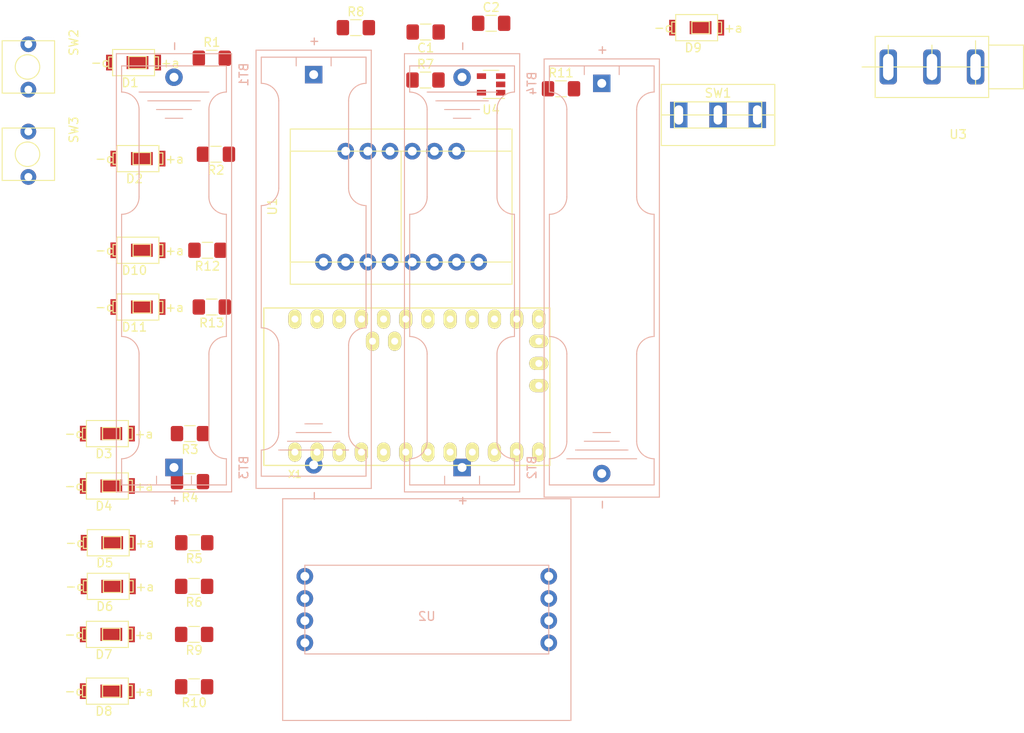
<source format=kicad_pcb>
(kicad_pcb (version 20171130) (host pcbnew "(5.1.6)-1")

  (general
    (thickness 1.6)
    (drawings 0)
    (tracks 0)
    (zones 0)
    (modules 38)
    (nets 58)
  )

  (page A4)
  (layers
    (0 F.Cu signal)
    (31 B.Cu signal)
    (32 B.Adhes user)
    (33 F.Adhes user)
    (34 B.Paste user)
    (35 F.Paste user)
    (36 B.SilkS user)
    (37 F.SilkS user)
    (38 B.Mask user)
    (39 F.Mask user)
    (40 Dwgs.User user)
    (41 Cmts.User user)
    (42 Eco1.User user)
    (43 Eco2.User user)
    (44 Edge.Cuts user)
    (45 Margin user)
    (46 B.CrtYd user)
    (47 F.CrtYd user)
    (48 B.Fab user)
    (49 F.Fab user)
  )

  (setup
    (last_trace_width 0.25)
    (trace_clearance 0.2)
    (zone_clearance 0.508)
    (zone_45_only no)
    (trace_min 0.2)
    (via_size 0.8)
    (via_drill 0.4)
    (via_min_size 0.4)
    (via_min_drill 0.3)
    (uvia_size 0.3)
    (uvia_drill 0.1)
    (uvias_allowed no)
    (uvia_min_size 0.2)
    (uvia_min_drill 0.1)
    (edge_width 0.1)
    (segment_width 0.2)
    (pcb_text_width 0.3)
    (pcb_text_size 1.5 1.5)
    (mod_edge_width 0.15)
    (mod_text_size 1 1)
    (mod_text_width 0.15)
    (pad_size 1.524 1.524)
    (pad_drill 0.762)
    (pad_to_mask_clearance 0)
    (aux_axis_origin 0 0)
    (visible_elements 7FFFFFFF)
    (pcbplotparams
      (layerselection 0x010fc_ffffffff)
      (usegerberextensions false)
      (usegerberattributes true)
      (usegerberadvancedattributes true)
      (creategerberjobfile true)
      (excludeedgelayer true)
      (linewidth 0.100000)
      (plotframeref false)
      (viasonmask false)
      (mode 1)
      (useauxorigin false)
      (hpglpennumber 1)
      (hpglpenspeed 20)
      (hpglpendiameter 15.000000)
      (psnegative false)
      (psa4output false)
      (plotreference true)
      (plotvalue true)
      (plotinvisibletext false)
      (padsonsilk false)
      (subtractmaskfromsilk false)
      (outputformat 1)
      (mirror false)
      (drillshape 1)
      (scaleselection 1)
      (outputdirectory ""))
  )

  (net 0 "")
  (net 1 GND)
  (net 2 "Net-(BT1-Pad2)")
  (net 3 "Net-(BT1-Pad1)")
  (net 4 "Net-(BT2-Pad2)")
  (net 5 "Net-(BT3-Pad1)")
  (net 6 "Net-(U1-Pad14)")
  (net 7 "Net-(U1-Pad13)")
  (net 8 "Net-(U1-Pad12)")
  (net 9 "Net-(U1-Pad11)")
  (net 10 "Net-(U1-Pad10)")
  (net 11 "Net-(U1-Pad9)")
  (net 12 "Net-(U1-Pad8)")
  (net 13 "Net-(U1-Pad5)")
  (net 14 "Net-(U1-Pad4)")
  (net 15 "Net-(U1-Pad3)")
  (net 16 "Net-(U3-Pad3)")
  (net 17 "Net-(D1-Pad2)")
  (net 18 "Net-(D2-Pad2)")
  (net 19 "Net-(D3-Pad2)")
  (net 20 "Net-(D4-Pad2)")
  (net 21 "Net-(D5-Pad2)")
  (net 22 "Net-(D6-Pad2)")
  (net 23 "Net-(C1-Pad1)")
  (net 24 "Net-(X1-Pad28)")
  (net 25 "Net-(X1-Pad27)")
  (net 26 "Net-(X1-Pad26)")
  (net 27 "Net-(X1-Pad25)")
  (net 28 "Net-(X1-Pad24)")
  (net 29 "Net-(X1-Pad23)")
  (net 30 "Net-(X1-Pad22)")
  (net 31 "Net-(X1-Pad20)")
  (net 32 "Net-(X1-Pad19)")
  (net 33 "Net-(X1-Pad3)")
  (net 34 "Net-(D7-Pad2)")
  (net 35 "Net-(D8-Pad2)")
  (net 36 "Net-(D9-Pad2)")
  (net 37 "Net-(R1-Pad1)")
  (net 38 "Net-(R2-Pad1)")
  (net 39 "Net-(R3-Pad1)")
  (net 40 "Net-(R4-Pad1)")
  (net 41 "Net-(R5-Pad1)")
  (net 42 "Net-(R6-Pad1)")
  (net 43 "Net-(R7-Pad1)")
  (net 44 "Net-(R8-Pad1)")
  (net 45 "Net-(R9-Pad1)")
  (net 46 "Net-(R10-Pad1)")
  (net 47 "Net-(U1-Pad7)")
  (net 48 "Net-(U2-Pad6)")
  (net 49 "Net-(SW1-Pad1)")
  (net 50 3.3vlabel)
  (net 51 "Net-(SW1-Pad3)")
  (net 52 "Net-(D10-Pad2)")
  (net 53 "Net-(D11-Pad2)")
  (net 54 "Net-(R12-Pad1)")
  (net 55 "Net-(R13-Pad1)")
  (net 56 "Net-(X1-Pad2)")
  (net 57 "Net-(X1-Pad1)")

  (net_class Default "This is the default net class."
    (clearance 0.2)
    (trace_width 0.25)
    (via_dia 0.8)
    (via_drill 0.4)
    (uvia_dia 0.3)
    (uvia_drill 0.1)
    (add_net 3.3vlabel)
    (add_net GND)
    (add_net "Net-(BT1-Pad1)")
    (add_net "Net-(BT1-Pad2)")
    (add_net "Net-(BT2-Pad2)")
    (add_net "Net-(BT3-Pad1)")
    (add_net "Net-(C1-Pad1)")
    (add_net "Net-(D1-Pad2)")
    (add_net "Net-(D10-Pad2)")
    (add_net "Net-(D11-Pad2)")
    (add_net "Net-(D2-Pad2)")
    (add_net "Net-(D3-Pad2)")
    (add_net "Net-(D4-Pad2)")
    (add_net "Net-(D5-Pad2)")
    (add_net "Net-(D6-Pad2)")
    (add_net "Net-(D7-Pad2)")
    (add_net "Net-(D8-Pad2)")
    (add_net "Net-(D9-Pad2)")
    (add_net "Net-(R1-Pad1)")
    (add_net "Net-(R10-Pad1)")
    (add_net "Net-(R12-Pad1)")
    (add_net "Net-(R13-Pad1)")
    (add_net "Net-(R2-Pad1)")
    (add_net "Net-(R3-Pad1)")
    (add_net "Net-(R4-Pad1)")
    (add_net "Net-(R5-Pad1)")
    (add_net "Net-(R6-Pad1)")
    (add_net "Net-(R7-Pad1)")
    (add_net "Net-(R8-Pad1)")
    (add_net "Net-(R9-Pad1)")
    (add_net "Net-(SW1-Pad1)")
    (add_net "Net-(SW1-Pad3)")
    (add_net "Net-(U1-Pad10)")
    (add_net "Net-(U1-Pad11)")
    (add_net "Net-(U1-Pad12)")
    (add_net "Net-(U1-Pad13)")
    (add_net "Net-(U1-Pad14)")
    (add_net "Net-(U1-Pad3)")
    (add_net "Net-(U1-Pad4)")
    (add_net "Net-(U1-Pad5)")
    (add_net "Net-(U1-Pad7)")
    (add_net "Net-(U1-Pad8)")
    (add_net "Net-(U1-Pad9)")
    (add_net "Net-(U2-Pad6)")
    (add_net "Net-(U3-Pad3)")
    (add_net "Net-(X1-Pad1)")
    (add_net "Net-(X1-Pad19)")
    (add_net "Net-(X1-Pad2)")
    (add_net "Net-(X1-Pad20)")
    (add_net "Net-(X1-Pad22)")
    (add_net "Net-(X1-Pad23)")
    (add_net "Net-(X1-Pad24)")
    (add_net "Net-(X1-Pad25)")
    (add_net "Net-(X1-Pad26)")
    (add_net "Net-(X1-Pad27)")
    (add_net "Net-(X1-Pad28)")
    (add_net "Net-(X1-Pad3)")
  )

  (module Resistor_SMD:R_1206_3216Metric_Pad1.42x1.75mm_HandSolder placed (layer F.Cu) (tedit 5B301BBD) (tstamp 5EE6FD54)
    (at 143.0125 102.5 180)
    (descr "Resistor SMD 1206 (3216 Metric), square (rectangular) end terminal, IPC_7351 nominal with elongated pad for handsoldering. (Body size source: http://www.tortai-tech.com/upload/download/2011102023233369053.pdf), generated with kicad-footprint-generator")
    (tags "resistor handsolder")
    (path /5F0170B7)
    (attr smd)
    (fp_text reference R13 (at 0 -1.82) (layer F.SilkS)
      (effects (font (size 1 1) (thickness 0.15)))
    )
    (fp_text value 1k (at 0 1.82) (layer F.Fab)
      (effects (font (size 1 1) (thickness 0.15)))
    )
    (fp_text user %R (at 0 0) (layer F.Fab)
      (effects (font (size 0.8 0.8) (thickness 0.12)))
    )
    (fp_line (start -1.6 0.8) (end -1.6 -0.8) (layer F.Fab) (width 0.1))
    (fp_line (start -1.6 -0.8) (end 1.6 -0.8) (layer F.Fab) (width 0.1))
    (fp_line (start 1.6 -0.8) (end 1.6 0.8) (layer F.Fab) (width 0.1))
    (fp_line (start 1.6 0.8) (end -1.6 0.8) (layer F.Fab) (width 0.1))
    (fp_line (start -0.602064 -0.91) (end 0.602064 -0.91) (layer F.SilkS) (width 0.12))
    (fp_line (start -0.602064 0.91) (end 0.602064 0.91) (layer F.SilkS) (width 0.12))
    (fp_line (start -2.45 1.12) (end -2.45 -1.12) (layer F.CrtYd) (width 0.05))
    (fp_line (start -2.45 -1.12) (end 2.45 -1.12) (layer F.CrtYd) (width 0.05))
    (fp_line (start 2.45 -1.12) (end 2.45 1.12) (layer F.CrtYd) (width 0.05))
    (fp_line (start 2.45 1.12) (end -2.45 1.12) (layer F.CrtYd) (width 0.05))
    (pad 2 smd roundrect (at 1.4875 0 180) (size 1.425 1.75) (layers F.Cu F.Paste F.Mask) (roundrect_rratio 0.175439)
      (net 53 "Net-(D11-Pad2)"))
    (pad 1 smd roundrect (at -1.4875 0 180) (size 1.425 1.75) (layers F.Cu F.Paste F.Mask) (roundrect_rratio 0.175439)
      (net 55 "Net-(R13-Pad1)"))
    (model ${KISYS3DMOD}/Resistor_SMD.3dshapes/R_1206_3216Metric.wrl
      (at (xyz 0 0 0))
      (scale (xyz 1 1 1))
      (rotate (xyz 0 0 0))
    )
  )

  (module Resistor_SMD:R_1206_3216Metric_Pad1.42x1.75mm_HandSolder placed (layer F.Cu) (tedit 5B301BBD) (tstamp 5EE6FD43)
    (at 142.5125 96 180)
    (descr "Resistor SMD 1206 (3216 Metric), square (rectangular) end terminal, IPC_7351 nominal with elongated pad for handsoldering. (Body size source: http://www.tortai-tech.com/upload/download/2011102023233369053.pdf), generated with kicad-footprint-generator")
    (tags "resistor handsolder")
    (path /5F013BBF)
    (attr smd)
    (fp_text reference R12 (at 0 -1.82) (layer F.SilkS)
      (effects (font (size 1 1) (thickness 0.15)))
    )
    (fp_text value 1k (at 0 1.82) (layer F.Fab)
      (effects (font (size 1 1) (thickness 0.15)))
    )
    (fp_text user %R (at 0 0) (layer F.Fab)
      (effects (font (size 0.8 0.8) (thickness 0.12)))
    )
    (fp_line (start -1.6 0.8) (end -1.6 -0.8) (layer F.Fab) (width 0.1))
    (fp_line (start -1.6 -0.8) (end 1.6 -0.8) (layer F.Fab) (width 0.1))
    (fp_line (start 1.6 -0.8) (end 1.6 0.8) (layer F.Fab) (width 0.1))
    (fp_line (start 1.6 0.8) (end -1.6 0.8) (layer F.Fab) (width 0.1))
    (fp_line (start -0.602064 -0.91) (end 0.602064 -0.91) (layer F.SilkS) (width 0.12))
    (fp_line (start -0.602064 0.91) (end 0.602064 0.91) (layer F.SilkS) (width 0.12))
    (fp_line (start -2.45 1.12) (end -2.45 -1.12) (layer F.CrtYd) (width 0.05))
    (fp_line (start -2.45 -1.12) (end 2.45 -1.12) (layer F.CrtYd) (width 0.05))
    (fp_line (start 2.45 -1.12) (end 2.45 1.12) (layer F.CrtYd) (width 0.05))
    (fp_line (start 2.45 1.12) (end -2.45 1.12) (layer F.CrtYd) (width 0.05))
    (pad 2 smd roundrect (at 1.4875 0 180) (size 1.425 1.75) (layers F.Cu F.Paste F.Mask) (roundrect_rratio 0.175439)
      (net 52 "Net-(D10-Pad2)"))
    (pad 1 smd roundrect (at -1.4875 0 180) (size 1.425 1.75) (layers F.Cu F.Paste F.Mask) (roundrect_rratio 0.175439)
      (net 54 "Net-(R12-Pad1)"))
    (model ${KISYS3DMOD}/Resistor_SMD.3dshapes/R_1206_3216Metric.wrl
      (at (xyz 0 0 0))
      (scale (xyz 1 1 1))
      (rotate (xyz 0 0 0))
    )
  )

  (module Resistor_SMD:R_1206_3216Metric_Pad1.42x1.75mm_HandSolder placed (layer F.Cu) (tedit 5B301BBD) (tstamp 5EE6FC12)
    (at 143.4875 85 180)
    (descr "Resistor SMD 1206 (3216 Metric), square (rectangular) end terminal, IPC_7351 nominal with elongated pad for handsoldering. (Body size source: http://www.tortai-tech.com/upload/download/2011102023233369053.pdf), generated with kicad-footprint-generator")
    (tags "resistor handsolder")
    (path /5F00FCDF)
    (attr smd)
    (fp_text reference R2 (at 0 -1.82) (layer F.SilkS)
      (effects (font (size 1 1) (thickness 0.15)))
    )
    (fp_text value 1k (at 0 1.82) (layer F.Fab)
      (effects (font (size 1 1) (thickness 0.15)))
    )
    (fp_text user %R (at 0 0) (layer F.Fab)
      (effects (font (size 0.8 0.8) (thickness 0.12)))
    )
    (fp_line (start -1.6 0.8) (end -1.6 -0.8) (layer F.Fab) (width 0.1))
    (fp_line (start -1.6 -0.8) (end 1.6 -0.8) (layer F.Fab) (width 0.1))
    (fp_line (start 1.6 -0.8) (end 1.6 0.8) (layer F.Fab) (width 0.1))
    (fp_line (start 1.6 0.8) (end -1.6 0.8) (layer F.Fab) (width 0.1))
    (fp_line (start -0.602064 -0.91) (end 0.602064 -0.91) (layer F.SilkS) (width 0.12))
    (fp_line (start -0.602064 0.91) (end 0.602064 0.91) (layer F.SilkS) (width 0.12))
    (fp_line (start -2.45 1.12) (end -2.45 -1.12) (layer F.CrtYd) (width 0.05))
    (fp_line (start -2.45 -1.12) (end 2.45 -1.12) (layer F.CrtYd) (width 0.05))
    (fp_line (start 2.45 -1.12) (end 2.45 1.12) (layer F.CrtYd) (width 0.05))
    (fp_line (start 2.45 1.12) (end -2.45 1.12) (layer F.CrtYd) (width 0.05))
    (pad 2 smd roundrect (at 1.4875 0 180) (size 1.425 1.75) (layers F.Cu F.Paste F.Mask) (roundrect_rratio 0.175439)
      (net 18 "Net-(D2-Pad2)"))
    (pad 1 smd roundrect (at -1.4875 0 180) (size 1.425 1.75) (layers F.Cu F.Paste F.Mask) (roundrect_rratio 0.175439)
      (net 38 "Net-(R2-Pad1)"))
    (model ${KISYS3DMOD}/Resistor_SMD.3dshapes/R_1206_3216Metric.wrl
      (at (xyz 0 0 0))
      (scale (xyz 1 1 1))
      (rotate (xyz 0 0 0))
    )
  )

  (module Resistor_SMD:R_1206_3216Metric_Pad1.42x1.75mm_HandSolder placed (layer F.Cu) (tedit 5B301BBD) (tstamp 5EE6FC01)
    (at 143.0125 74)
    (descr "Resistor SMD 1206 (3216 Metric), square (rectangular) end terminal, IPC_7351 nominal with elongated pad for handsoldering. (Body size source: http://www.tortai-tech.com/upload/download/2011102023233369053.pdf), generated with kicad-footprint-generator")
    (tags "resistor handsolder")
    (path /5F00357D)
    (attr smd)
    (fp_text reference R1 (at 0 -1.82) (layer F.SilkS)
      (effects (font (size 1 1) (thickness 0.15)))
    )
    (fp_text value 1k (at 0 1.82) (layer F.Fab)
      (effects (font (size 1 1) (thickness 0.15)))
    )
    (fp_text user %R (at 0 0) (layer F.Fab)
      (effects (font (size 0.8 0.8) (thickness 0.12)))
    )
    (fp_line (start -1.6 0.8) (end -1.6 -0.8) (layer F.Fab) (width 0.1))
    (fp_line (start -1.6 -0.8) (end 1.6 -0.8) (layer F.Fab) (width 0.1))
    (fp_line (start 1.6 -0.8) (end 1.6 0.8) (layer F.Fab) (width 0.1))
    (fp_line (start 1.6 0.8) (end -1.6 0.8) (layer F.Fab) (width 0.1))
    (fp_line (start -0.602064 -0.91) (end 0.602064 -0.91) (layer F.SilkS) (width 0.12))
    (fp_line (start -0.602064 0.91) (end 0.602064 0.91) (layer F.SilkS) (width 0.12))
    (fp_line (start -2.45 1.12) (end -2.45 -1.12) (layer F.CrtYd) (width 0.05))
    (fp_line (start -2.45 -1.12) (end 2.45 -1.12) (layer F.CrtYd) (width 0.05))
    (fp_line (start 2.45 -1.12) (end 2.45 1.12) (layer F.CrtYd) (width 0.05))
    (fp_line (start 2.45 1.12) (end -2.45 1.12) (layer F.CrtYd) (width 0.05))
    (pad 2 smd roundrect (at 1.4875 0) (size 1.425 1.75) (layers F.Cu F.Paste F.Mask) (roundrect_rratio 0.175439)
      (net 17 "Net-(D1-Pad2)"))
    (pad 1 smd roundrect (at -1.4875 0) (size 1.425 1.75) (layers F.Cu F.Paste F.Mask) (roundrect_rratio 0.175439)
      (net 37 "Net-(R1-Pad1)"))
    (model ${KISYS3DMOD}/Resistor_SMD.3dshapes/R_1206_3216Metric.wrl
      (at (xyz 0 0 0))
      (scale (xyz 1 1 1))
      (rotate (xyz 0 0 0))
    )
  )

  (module "MPV Custom stuff:5730_LED_SMD" placed (layer F.Cu) (tedit 5EE2DAB5) (tstamp 5EE6FBF0)
    (at 137.4 101 180)
    (path /5F0170CC)
    (fp_text reference D11 (at 3.25 -3.8) (layer F.SilkS)
      (effects (font (size 1 1) (thickness 0.15)))
    )
    (fp_text value LED (at 2.85 -5.45) (layer F.Fab)
      (effects (font (size 1 1) (thickness 0.15)))
    )
    (fp_text user +a (at -1.35 -1.55) (layer F.SilkS)
      (effects (font (size 1 1) (thickness 0.15)))
    )
    (fp_text user -c (at 6.7 -1.5) (layer F.SilkS)
      (effects (font (size 1 1) (thickness 0.15)))
    )
    (fp_line (start 5.7 -0.85) (end 5.7 -2.15) (layer F.SilkS) (width 0.12))
    (fp_line (start 5.25 -3) (end 0.45 -3) (layer F.SilkS) (width 0.12))
    (fp_line (start 0 -2.15) (end 0 -0.85) (layer F.SilkS) (width 0.12))
    (fp_line (start 0.45 0) (end 5.25 0) (layer F.SilkS) (width 0.12))
    (fp_line (start 0.45 0) (end 0.45 -3) (layer F.SilkS) (width 0.12))
    (fp_line (start 5.25 0) (end 5.25 -3) (layer F.SilkS) (width 0.12))
    (fp_line (start 0 -0.85) (end 0.45 -0.85) (layer F.SilkS) (width 0.12))
    (fp_line (start 0 -2.15) (end 0.45 -2.15) (layer F.SilkS) (width 0.12))
    (fp_line (start 5.25 -2.15) (end 5.7 -2.15) (layer F.SilkS) (width 0.12))
    (fp_line (start 5.25 -0.85) (end 5.7 -0.85) (layer F.SilkS) (width 0.12))
    (fp_line (start 1.4 -0.8) (end 3.4 -0.8) (layer F.SilkS) (width 0.12))
    (fp_line (start 3.4 -0.8) (end 3.4 -2.2) (layer F.SilkS) (width 0.12))
    (fp_line (start 3.4 -2.2) (end 1.4 -2.2) (layer F.SilkS) (width 0.12))
    (fp_line (start 1.4 -2.2) (end 1.4 -0.8) (layer F.SilkS) (width 0.12))
    (pad 3 smd rect (at 2.4 -1.5 180) (size 2.5 1.5) (layers F.Cu F.Paste F.Mask))
    (pad 1 smd rect (at 5.65 -1.5 180) (size 0.7 1.8) (layers F.Cu F.Paste F.Mask)
      (net 1 GND))
    (pad 2 smd rect (at 0.05 -1.5 180) (size 0.7 1.8) (layers F.Cu F.Paste F.Mask)
      (net 53 "Net-(D11-Pad2)"))
  )

  (module "MPV Custom stuff:5730_LED_SMD" placed (layer F.Cu) (tedit 5EE2DAB5) (tstamp 5EE6FBD9)
    (at 137.4 94.5 180)
    (path /5F013BD4)
    (fp_text reference D10 (at 3.25 -3.8) (layer F.SilkS)
      (effects (font (size 1 1) (thickness 0.15)))
    )
    (fp_text value LED (at 2.85 -5.45) (layer F.Fab)
      (effects (font (size 1 1) (thickness 0.15)))
    )
    (fp_text user +a (at -1.35 -1.55) (layer F.SilkS)
      (effects (font (size 1 1) (thickness 0.15)))
    )
    (fp_text user -c (at 6.7 -1.5) (layer F.SilkS)
      (effects (font (size 1 1) (thickness 0.15)))
    )
    (fp_line (start 5.7 -0.85) (end 5.7 -2.15) (layer F.SilkS) (width 0.12))
    (fp_line (start 5.25 -3) (end 0.45 -3) (layer F.SilkS) (width 0.12))
    (fp_line (start 0 -2.15) (end 0 -0.85) (layer F.SilkS) (width 0.12))
    (fp_line (start 0.45 0) (end 5.25 0) (layer F.SilkS) (width 0.12))
    (fp_line (start 0.45 0) (end 0.45 -3) (layer F.SilkS) (width 0.12))
    (fp_line (start 5.25 0) (end 5.25 -3) (layer F.SilkS) (width 0.12))
    (fp_line (start 0 -0.85) (end 0.45 -0.85) (layer F.SilkS) (width 0.12))
    (fp_line (start 0 -2.15) (end 0.45 -2.15) (layer F.SilkS) (width 0.12))
    (fp_line (start 5.25 -2.15) (end 5.7 -2.15) (layer F.SilkS) (width 0.12))
    (fp_line (start 5.25 -0.85) (end 5.7 -0.85) (layer F.SilkS) (width 0.12))
    (fp_line (start 1.4 -0.8) (end 3.4 -0.8) (layer F.SilkS) (width 0.12))
    (fp_line (start 3.4 -0.8) (end 3.4 -2.2) (layer F.SilkS) (width 0.12))
    (fp_line (start 3.4 -2.2) (end 1.4 -2.2) (layer F.SilkS) (width 0.12))
    (fp_line (start 1.4 -2.2) (end 1.4 -0.8) (layer F.SilkS) (width 0.12))
    (pad 3 smd rect (at 2.4 -1.5 180) (size 2.5 1.5) (layers F.Cu F.Paste F.Mask))
    (pad 1 smd rect (at 5.65 -1.5 180) (size 0.7 1.8) (layers F.Cu F.Paste F.Mask)
      (net 1 GND))
    (pad 2 smd rect (at 0.05 -1.5 180) (size 0.7 1.8) (layers F.Cu F.Paste F.Mask)
      (net 52 "Net-(D10-Pad2)"))
  )

  (module "MPV Custom stuff:5730_LED_SMD" placed (layer F.Cu) (tedit 5EE2DAB5) (tstamp 5EE6FA8E)
    (at 137.4 84 180)
    (path /5F00FCF4)
    (fp_text reference D2 (at 3.25 -3.8) (layer F.SilkS)
      (effects (font (size 1 1) (thickness 0.15)))
    )
    (fp_text value LED (at 2.85 -5.45) (layer F.Fab)
      (effects (font (size 1 1) (thickness 0.15)))
    )
    (fp_text user +a (at -1.35 -1.55) (layer F.SilkS)
      (effects (font (size 1 1) (thickness 0.15)))
    )
    (fp_text user -c (at 6.7 -1.5) (layer F.SilkS)
      (effects (font (size 1 1) (thickness 0.15)))
    )
    (fp_line (start 5.7 -0.85) (end 5.7 -2.15) (layer F.SilkS) (width 0.12))
    (fp_line (start 5.25 -3) (end 0.45 -3) (layer F.SilkS) (width 0.12))
    (fp_line (start 0 -2.15) (end 0 -0.85) (layer F.SilkS) (width 0.12))
    (fp_line (start 0.45 0) (end 5.25 0) (layer F.SilkS) (width 0.12))
    (fp_line (start 0.45 0) (end 0.45 -3) (layer F.SilkS) (width 0.12))
    (fp_line (start 5.25 0) (end 5.25 -3) (layer F.SilkS) (width 0.12))
    (fp_line (start 0 -0.85) (end 0.45 -0.85) (layer F.SilkS) (width 0.12))
    (fp_line (start 0 -2.15) (end 0.45 -2.15) (layer F.SilkS) (width 0.12))
    (fp_line (start 5.25 -2.15) (end 5.7 -2.15) (layer F.SilkS) (width 0.12))
    (fp_line (start 5.25 -0.85) (end 5.7 -0.85) (layer F.SilkS) (width 0.12))
    (fp_line (start 1.4 -0.8) (end 3.4 -0.8) (layer F.SilkS) (width 0.12))
    (fp_line (start 3.4 -0.8) (end 3.4 -2.2) (layer F.SilkS) (width 0.12))
    (fp_line (start 3.4 -2.2) (end 1.4 -2.2) (layer F.SilkS) (width 0.12))
    (fp_line (start 1.4 -2.2) (end 1.4 -0.8) (layer F.SilkS) (width 0.12))
    (pad 3 smd rect (at 2.4 -1.5 180) (size 2.5 1.5) (layers F.Cu F.Paste F.Mask))
    (pad 1 smd rect (at 5.65 -1.5 180) (size 0.7 1.8) (layers F.Cu F.Paste F.Mask)
      (net 1 GND))
    (pad 2 smd rect (at 0.05 -1.5 180) (size 0.7 1.8) (layers F.Cu F.Paste F.Mask)
      (net 18 "Net-(D2-Pad2)"))
  )

  (module "MPV Custom stuff:5730_LED_SMD" placed (layer F.Cu) (tedit 5EE2DAB5) (tstamp 5EE6FA77)
    (at 136.9 73 180)
    (path /5F003592)
    (fp_text reference D1 (at 3.25 -3.8) (layer F.SilkS)
      (effects (font (size 1 1) (thickness 0.15)))
    )
    (fp_text value LED (at 2.85 -5.45) (layer F.Fab)
      (effects (font (size 1 1) (thickness 0.15)))
    )
    (fp_text user +a (at -1.35 -1.55) (layer F.SilkS)
      (effects (font (size 1 1) (thickness 0.15)))
    )
    (fp_text user -c (at 6.7 -1.5) (layer F.SilkS)
      (effects (font (size 1 1) (thickness 0.15)))
    )
    (fp_line (start 5.7 -0.85) (end 5.7 -2.15) (layer F.SilkS) (width 0.12))
    (fp_line (start 5.25 -3) (end 0.45 -3) (layer F.SilkS) (width 0.12))
    (fp_line (start 0 -2.15) (end 0 -0.85) (layer F.SilkS) (width 0.12))
    (fp_line (start 0.45 0) (end 5.25 0) (layer F.SilkS) (width 0.12))
    (fp_line (start 0.45 0) (end 0.45 -3) (layer F.SilkS) (width 0.12))
    (fp_line (start 5.25 0) (end 5.25 -3) (layer F.SilkS) (width 0.12))
    (fp_line (start 0 -0.85) (end 0.45 -0.85) (layer F.SilkS) (width 0.12))
    (fp_line (start 0 -2.15) (end 0.45 -2.15) (layer F.SilkS) (width 0.12))
    (fp_line (start 5.25 -2.15) (end 5.7 -2.15) (layer F.SilkS) (width 0.12))
    (fp_line (start 5.25 -0.85) (end 5.7 -0.85) (layer F.SilkS) (width 0.12))
    (fp_line (start 1.4 -0.8) (end 3.4 -0.8) (layer F.SilkS) (width 0.12))
    (fp_line (start 3.4 -0.8) (end 3.4 -2.2) (layer F.SilkS) (width 0.12))
    (fp_line (start 3.4 -2.2) (end 1.4 -2.2) (layer F.SilkS) (width 0.12))
    (fp_line (start 1.4 -2.2) (end 1.4 -0.8) (layer F.SilkS) (width 0.12))
    (pad 3 smd rect (at 2.4 -1.5 180) (size 2.5 1.5) (layers F.Cu F.Paste F.Mask))
    (pad 1 smd rect (at 5.65 -1.5 180) (size 0.7 1.8) (layers F.Cu F.Paste F.Mask)
      (net 1 GND))
    (pad 2 smd rect (at 0.05 -1.5 180) (size 0.7 1.8) (layers F.Cu F.Paste F.Mask)
      (net 17 "Net-(D1-Pad2)"))
  )

  (module "MPV Custom stuff:SPDT_Switch" placed (layer F.Cu) (tedit 5EE6934D) (tstamp 5EE6B8EE)
    (at 194.5 84)
    (path /5EF0E249)
    (fp_text reference SW1 (at 6.5 -6) (layer F.SilkS)
      (effects (font (size 1 1) (thickness 0.15)))
    )
    (fp_text value SW_SPDT (at 6.5 -8) (layer F.Fab)
      (effects (font (size 1 1) (thickness 0.15)))
    )
    (fp_line (start 0 0) (end 13 0) (layer F.SilkS) (width 0.12))
    (fp_line (start 13 0) (end 13 -7) (layer F.SilkS) (width 0.12))
    (fp_line (start 13 -7) (end 0 -7) (layer F.SilkS) (width 0.12))
    (fp_line (start 0 -7) (end 0 0) (layer F.SilkS) (width 0.12))
    (fp_line (start 0 -3.5) (end 13 -3.5) (layer F.SilkS) (width 0.12))
    (fp_line (start 1.5 -2) (end 11.5 -2) (layer F.SilkS) (width 0.12))
    (fp_line (start 11.5 -2) (end 11.5 -5) (layer F.SilkS) (width 0.12))
    (fp_line (start 11.5 -5) (end 1.5 -5) (layer F.SilkS) (width 0.12))
    (fp_line (start 1.5 -5) (end 1.5 -2) (layer F.SilkS) (width 0.12))
    (pad 2 thru_hole rect (at 6.5 -3.5) (size 2 3) (drill oval 1 2.2) (layers *.Cu *.Mask)
      (net 5 "Net-(BT3-Pad1)"))
    (pad 3 thru_hole rect (at 11 -3.5) (size 2 3) (drill oval 1 2.2) (layers *.Cu *.Mask)
      (net 51 "Net-(SW1-Pad3)"))
    (pad 1 thru_hole rect (at 2 -3.5) (size 2 3) (drill oval 1 2.2) (layers *.Cu *.Mask)
      (net 49 "Net-(SW1-Pad1)"))
  )

  (module Resistor_SMD:R_1206_3216Metric_Pad1.42x1.75mm_HandSolder placed (layer F.Cu) (tedit 5B301BBD) (tstamp 5EE69719)
    (at 183.0125 77.5)
    (descr "Resistor SMD 1206 (3216 Metric), square (rectangular) end terminal, IPC_7351 nominal with elongated pad for handsoldering. (Body size source: http://www.tortai-tech.com/upload/download/2011102023233369053.pdf), generated with kicad-footprint-generator")
    (tags "resistor handsolder")
    (path /5EF211E5)
    (attr smd)
    (fp_text reference R11 (at 0 -1.82) (layer F.SilkS)
      (effects (font (size 1 1) (thickness 0.15)))
    )
    (fp_text value 1k (at 0 1.82) (layer F.Fab)
      (effects (font (size 1 1) (thickness 0.15)))
    )
    (fp_line (start 2.45 1.12) (end -2.45 1.12) (layer F.CrtYd) (width 0.05))
    (fp_line (start 2.45 -1.12) (end 2.45 1.12) (layer F.CrtYd) (width 0.05))
    (fp_line (start -2.45 -1.12) (end 2.45 -1.12) (layer F.CrtYd) (width 0.05))
    (fp_line (start -2.45 1.12) (end -2.45 -1.12) (layer F.CrtYd) (width 0.05))
    (fp_line (start -0.602064 0.91) (end 0.602064 0.91) (layer F.SilkS) (width 0.12))
    (fp_line (start -0.602064 -0.91) (end 0.602064 -0.91) (layer F.SilkS) (width 0.12))
    (fp_line (start 1.6 0.8) (end -1.6 0.8) (layer F.Fab) (width 0.1))
    (fp_line (start 1.6 -0.8) (end 1.6 0.8) (layer F.Fab) (width 0.1))
    (fp_line (start -1.6 -0.8) (end 1.6 -0.8) (layer F.Fab) (width 0.1))
    (fp_line (start -1.6 0.8) (end -1.6 -0.8) (layer F.Fab) (width 0.1))
    (fp_text user %R (at 0 0) (layer F.Fab)
      (effects (font (size 0.8 0.8) (thickness 0.12)))
    )
    (pad 2 smd roundrect (at 1.4875 0) (size 1.425 1.75) (layers F.Cu F.Paste F.Mask) (roundrect_rratio 0.175439)
      (net 36 "Net-(D9-Pad2)"))
    (pad 1 smd roundrect (at -1.4875 0) (size 1.425 1.75) (layers F.Cu F.Paste F.Mask) (roundrect_rratio 0.175439)
      (net 50 3.3vlabel))
    (model ${KISYS3DMOD}/Resistor_SMD.3dshapes/R_1206_3216Metric.wrl
      (at (xyz 0 0 0))
      (scale (xyz 1 1 1))
      (rotate (xyz 0 0 0))
    )
  )

  (module Resistor_SMD:R_1206_3216Metric_Pad1.42x1.75mm_HandSolder placed (layer F.Cu) (tedit 5B301BBD) (tstamp 5EE69708)
    (at 140.9875 146 180)
    (descr "Resistor SMD 1206 (3216 Metric), square (rectangular) end terminal, IPC_7351 nominal with elongated pad for handsoldering. (Body size source: http://www.tortai-tech.com/upload/download/2011102023233369053.pdf), generated with kicad-footprint-generator")
    (tags "resistor handsolder")
    (path /5EEBF0F3)
    (attr smd)
    (fp_text reference R10 (at 0 -1.82) (layer F.SilkS)
      (effects (font (size 1 1) (thickness 0.15)))
    )
    (fp_text value 1k (at 0 1.82) (layer F.Fab)
      (effects (font (size 1 1) (thickness 0.15)))
    )
    (fp_line (start 2.45 1.12) (end -2.45 1.12) (layer F.CrtYd) (width 0.05))
    (fp_line (start 2.45 -1.12) (end 2.45 1.12) (layer F.CrtYd) (width 0.05))
    (fp_line (start -2.45 -1.12) (end 2.45 -1.12) (layer F.CrtYd) (width 0.05))
    (fp_line (start -2.45 1.12) (end -2.45 -1.12) (layer F.CrtYd) (width 0.05))
    (fp_line (start -0.602064 0.91) (end 0.602064 0.91) (layer F.SilkS) (width 0.12))
    (fp_line (start -0.602064 -0.91) (end 0.602064 -0.91) (layer F.SilkS) (width 0.12))
    (fp_line (start 1.6 0.8) (end -1.6 0.8) (layer F.Fab) (width 0.1))
    (fp_line (start 1.6 -0.8) (end 1.6 0.8) (layer F.Fab) (width 0.1))
    (fp_line (start -1.6 -0.8) (end 1.6 -0.8) (layer F.Fab) (width 0.1))
    (fp_line (start -1.6 0.8) (end -1.6 -0.8) (layer F.Fab) (width 0.1))
    (fp_text user %R (at 0 0) (layer F.Fab)
      (effects (font (size 0.8 0.8) (thickness 0.12)))
    )
    (pad 2 smd roundrect (at 1.4875 0 180) (size 1.425 1.75) (layers F.Cu F.Paste F.Mask) (roundrect_rratio 0.175439)
      (net 35 "Net-(D8-Pad2)"))
    (pad 1 smd roundrect (at -1.4875 0 180) (size 1.425 1.75) (layers F.Cu F.Paste F.Mask) (roundrect_rratio 0.175439)
      (net 46 "Net-(R10-Pad1)"))
    (model ${KISYS3DMOD}/Resistor_SMD.3dshapes/R_1206_3216Metric.wrl
      (at (xyz 0 0 0))
      (scale (xyz 1 1 1))
      (rotate (xyz 0 0 0))
    )
  )

  (module Resistor_SMD:R_1206_3216Metric_Pad1.42x1.75mm_HandSolder placed (layer F.Cu) (tedit 5B301BBD) (tstamp 5EE696F7)
    (at 140.9875 140 180)
    (descr "Resistor SMD 1206 (3216 Metric), square (rectangular) end terminal, IPC_7351 nominal with elongated pad for handsoldering. (Body size source: http://www.tortai-tech.com/upload/download/2011102023233369053.pdf), generated with kicad-footprint-generator")
    (tags "resistor handsolder")
    (path /5EEBF0D3)
    (attr smd)
    (fp_text reference R9 (at 0 -1.82) (layer F.SilkS)
      (effects (font (size 1 1) (thickness 0.15)))
    )
    (fp_text value 1k (at 0 1.82) (layer F.Fab)
      (effects (font (size 1 1) (thickness 0.15)))
    )
    (fp_line (start 2.45 1.12) (end -2.45 1.12) (layer F.CrtYd) (width 0.05))
    (fp_line (start 2.45 -1.12) (end 2.45 1.12) (layer F.CrtYd) (width 0.05))
    (fp_line (start -2.45 -1.12) (end 2.45 -1.12) (layer F.CrtYd) (width 0.05))
    (fp_line (start -2.45 1.12) (end -2.45 -1.12) (layer F.CrtYd) (width 0.05))
    (fp_line (start -0.602064 0.91) (end 0.602064 0.91) (layer F.SilkS) (width 0.12))
    (fp_line (start -0.602064 -0.91) (end 0.602064 -0.91) (layer F.SilkS) (width 0.12))
    (fp_line (start 1.6 0.8) (end -1.6 0.8) (layer F.Fab) (width 0.1))
    (fp_line (start 1.6 -0.8) (end 1.6 0.8) (layer F.Fab) (width 0.1))
    (fp_line (start -1.6 -0.8) (end 1.6 -0.8) (layer F.Fab) (width 0.1))
    (fp_line (start -1.6 0.8) (end -1.6 -0.8) (layer F.Fab) (width 0.1))
    (fp_text user %R (at 0 0) (layer F.Fab)
      (effects (font (size 0.8 0.8) (thickness 0.12)))
    )
    (pad 2 smd roundrect (at 1.4875 0 180) (size 1.425 1.75) (layers F.Cu F.Paste F.Mask) (roundrect_rratio 0.175439)
      (net 34 "Net-(D7-Pad2)"))
    (pad 1 smd roundrect (at -1.4875 0 180) (size 1.425 1.75) (layers F.Cu F.Paste F.Mask) (roundrect_rratio 0.175439)
      (net 45 "Net-(R9-Pad1)"))
    (model ${KISYS3DMOD}/Resistor_SMD.3dshapes/R_1206_3216Metric.wrl
      (at (xyz 0 0 0))
      (scale (xyz 1 1 1))
      (rotate (xyz 0 0 0))
    )
  )

  (module Resistor_SMD:R_1206_3216Metric_Pad1.42x1.75mm_HandSolder placed (layer F.Cu) (tedit 5B301BBD) (tstamp 5EE696A6)
    (at 140.9875 134.5 180)
    (descr "Resistor SMD 1206 (3216 Metric), square (rectangular) end terminal, IPC_7351 nominal with elongated pad for handsoldering. (Body size source: http://www.tortai-tech.com/upload/download/2011102023233369053.pdf), generated with kicad-footprint-generator")
    (tags "resistor handsolder")
    (path /5EEBF0B3)
    (attr smd)
    (fp_text reference R6 (at 0 -1.82) (layer F.SilkS)
      (effects (font (size 1 1) (thickness 0.15)))
    )
    (fp_text value 1k (at 0 1.82) (layer F.Fab)
      (effects (font (size 1 1) (thickness 0.15)))
    )
    (fp_line (start 2.45 1.12) (end -2.45 1.12) (layer F.CrtYd) (width 0.05))
    (fp_line (start 2.45 -1.12) (end 2.45 1.12) (layer F.CrtYd) (width 0.05))
    (fp_line (start -2.45 -1.12) (end 2.45 -1.12) (layer F.CrtYd) (width 0.05))
    (fp_line (start -2.45 1.12) (end -2.45 -1.12) (layer F.CrtYd) (width 0.05))
    (fp_line (start -0.602064 0.91) (end 0.602064 0.91) (layer F.SilkS) (width 0.12))
    (fp_line (start -0.602064 -0.91) (end 0.602064 -0.91) (layer F.SilkS) (width 0.12))
    (fp_line (start 1.6 0.8) (end -1.6 0.8) (layer F.Fab) (width 0.1))
    (fp_line (start 1.6 -0.8) (end 1.6 0.8) (layer F.Fab) (width 0.1))
    (fp_line (start -1.6 -0.8) (end 1.6 -0.8) (layer F.Fab) (width 0.1))
    (fp_line (start -1.6 0.8) (end -1.6 -0.8) (layer F.Fab) (width 0.1))
    (fp_text user %R (at 0 0) (layer F.Fab)
      (effects (font (size 0.8 0.8) (thickness 0.12)))
    )
    (pad 2 smd roundrect (at 1.4875 0 180) (size 1.425 1.75) (layers F.Cu F.Paste F.Mask) (roundrect_rratio 0.175439)
      (net 22 "Net-(D6-Pad2)"))
    (pad 1 smd roundrect (at -1.4875 0 180) (size 1.425 1.75) (layers F.Cu F.Paste F.Mask) (roundrect_rratio 0.175439)
      (net 42 "Net-(R6-Pad1)"))
    (model ${KISYS3DMOD}/Resistor_SMD.3dshapes/R_1206_3216Metric.wrl
      (at (xyz 0 0 0))
      (scale (xyz 1 1 1))
      (rotate (xyz 0 0 0))
    )
  )

  (module Resistor_SMD:R_1206_3216Metric_Pad1.42x1.75mm_HandSolder placed (layer F.Cu) (tedit 5B301BBD) (tstamp 5EE69695)
    (at 141 129.5 180)
    (descr "Resistor SMD 1206 (3216 Metric), square (rectangular) end terminal, IPC_7351 nominal with elongated pad for handsoldering. (Body size source: http://www.tortai-tech.com/upload/download/2011102023233369053.pdf), generated with kicad-footprint-generator")
    (tags "resistor handsolder")
    (path /5EEBF093)
    (attr smd)
    (fp_text reference R5 (at 0 -1.82) (layer F.SilkS)
      (effects (font (size 1 1) (thickness 0.15)))
    )
    (fp_text value 1k (at 0 1.82) (layer F.Fab)
      (effects (font (size 1 1) (thickness 0.15)))
    )
    (fp_line (start 2.45 1.12) (end -2.45 1.12) (layer F.CrtYd) (width 0.05))
    (fp_line (start 2.45 -1.12) (end 2.45 1.12) (layer F.CrtYd) (width 0.05))
    (fp_line (start -2.45 -1.12) (end 2.45 -1.12) (layer F.CrtYd) (width 0.05))
    (fp_line (start -2.45 1.12) (end -2.45 -1.12) (layer F.CrtYd) (width 0.05))
    (fp_line (start -0.602064 0.91) (end 0.602064 0.91) (layer F.SilkS) (width 0.12))
    (fp_line (start -0.602064 -0.91) (end 0.602064 -0.91) (layer F.SilkS) (width 0.12))
    (fp_line (start 1.6 0.8) (end -1.6 0.8) (layer F.Fab) (width 0.1))
    (fp_line (start 1.6 -0.8) (end 1.6 0.8) (layer F.Fab) (width 0.1))
    (fp_line (start -1.6 -0.8) (end 1.6 -0.8) (layer F.Fab) (width 0.1))
    (fp_line (start -1.6 0.8) (end -1.6 -0.8) (layer F.Fab) (width 0.1))
    (fp_text user %R (at 0 0) (layer F.Fab)
      (effects (font (size 0.8 0.8) (thickness 0.12)))
    )
    (pad 2 smd roundrect (at 1.4875 0 180) (size 1.425 1.75) (layers F.Cu F.Paste F.Mask) (roundrect_rratio 0.175439)
      (net 21 "Net-(D5-Pad2)"))
    (pad 1 smd roundrect (at -1.4875 0 180) (size 1.425 1.75) (layers F.Cu F.Paste F.Mask) (roundrect_rratio 0.175439)
      (net 41 "Net-(R5-Pad1)"))
    (model ${KISYS3DMOD}/Resistor_SMD.3dshapes/R_1206_3216Metric.wrl
      (at (xyz 0 0 0))
      (scale (xyz 1 1 1))
      (rotate (xyz 0 0 0))
    )
  )

  (module Resistor_SMD:R_1206_3216Metric_Pad1.42x1.75mm_HandSolder placed (layer F.Cu) (tedit 5B301BBD) (tstamp 5EE69684)
    (at 140.5125 122.5 180)
    (descr "Resistor SMD 1206 (3216 Metric), square (rectangular) end terminal, IPC_7351 nominal with elongated pad for handsoldering. (Body size source: http://www.tortai-tech.com/upload/download/2011102023233369053.pdf), generated with kicad-footprint-generator")
    (tags "resistor handsolder")
    (path /5EEB57CC)
    (attr smd)
    (fp_text reference R4 (at 0 -1.82) (layer F.SilkS)
      (effects (font (size 1 1) (thickness 0.15)))
    )
    (fp_text value 1k (at 0 1.82) (layer F.Fab)
      (effects (font (size 1 1) (thickness 0.15)))
    )
    (fp_line (start 2.45 1.12) (end -2.45 1.12) (layer F.CrtYd) (width 0.05))
    (fp_line (start 2.45 -1.12) (end 2.45 1.12) (layer F.CrtYd) (width 0.05))
    (fp_line (start -2.45 -1.12) (end 2.45 -1.12) (layer F.CrtYd) (width 0.05))
    (fp_line (start -2.45 1.12) (end -2.45 -1.12) (layer F.CrtYd) (width 0.05))
    (fp_line (start -0.602064 0.91) (end 0.602064 0.91) (layer F.SilkS) (width 0.12))
    (fp_line (start -0.602064 -0.91) (end 0.602064 -0.91) (layer F.SilkS) (width 0.12))
    (fp_line (start 1.6 0.8) (end -1.6 0.8) (layer F.Fab) (width 0.1))
    (fp_line (start 1.6 -0.8) (end 1.6 0.8) (layer F.Fab) (width 0.1))
    (fp_line (start -1.6 -0.8) (end 1.6 -0.8) (layer F.Fab) (width 0.1))
    (fp_line (start -1.6 0.8) (end -1.6 -0.8) (layer F.Fab) (width 0.1))
    (fp_text user %R (at 0 0) (layer F.Fab)
      (effects (font (size 0.8 0.8) (thickness 0.12)))
    )
    (pad 2 smd roundrect (at 1.4875 0 180) (size 1.425 1.75) (layers F.Cu F.Paste F.Mask) (roundrect_rratio 0.175439)
      (net 20 "Net-(D4-Pad2)"))
    (pad 1 smd roundrect (at -1.4875 0 180) (size 1.425 1.75) (layers F.Cu F.Paste F.Mask) (roundrect_rratio 0.175439)
      (net 40 "Net-(R4-Pad1)"))
    (model ${KISYS3DMOD}/Resistor_SMD.3dshapes/R_1206_3216Metric.wrl
      (at (xyz 0 0 0))
      (scale (xyz 1 1 1))
      (rotate (xyz 0 0 0))
    )
  )

  (module Resistor_SMD:R_1206_3216Metric_Pad1.42x1.75mm_HandSolder placed (layer F.Cu) (tedit 5B301BBD) (tstamp 5EE69673)
    (at 140.5125 117 180)
    (descr "Resistor SMD 1206 (3216 Metric), square (rectangular) end terminal, IPC_7351 nominal with elongated pad for handsoldering. (Body size source: http://www.tortai-tech.com/upload/download/2011102023233369053.pdf), generated with kicad-footprint-generator")
    (tags "resistor handsolder")
    (path /5EEB57AC)
    (attr smd)
    (fp_text reference R3 (at 0 -1.82) (layer F.SilkS)
      (effects (font (size 1 1) (thickness 0.15)))
    )
    (fp_text value 1k (at 0 1.82) (layer F.Fab)
      (effects (font (size 1 1) (thickness 0.15)))
    )
    (fp_line (start 2.45 1.12) (end -2.45 1.12) (layer F.CrtYd) (width 0.05))
    (fp_line (start 2.45 -1.12) (end 2.45 1.12) (layer F.CrtYd) (width 0.05))
    (fp_line (start -2.45 -1.12) (end 2.45 -1.12) (layer F.CrtYd) (width 0.05))
    (fp_line (start -2.45 1.12) (end -2.45 -1.12) (layer F.CrtYd) (width 0.05))
    (fp_line (start -0.602064 0.91) (end 0.602064 0.91) (layer F.SilkS) (width 0.12))
    (fp_line (start -0.602064 -0.91) (end 0.602064 -0.91) (layer F.SilkS) (width 0.12))
    (fp_line (start 1.6 0.8) (end -1.6 0.8) (layer F.Fab) (width 0.1))
    (fp_line (start 1.6 -0.8) (end 1.6 0.8) (layer F.Fab) (width 0.1))
    (fp_line (start -1.6 -0.8) (end 1.6 -0.8) (layer F.Fab) (width 0.1))
    (fp_line (start -1.6 0.8) (end -1.6 -0.8) (layer F.Fab) (width 0.1))
    (fp_text user %R (at 0 0) (layer F.Fab)
      (effects (font (size 0.8 0.8) (thickness 0.12)))
    )
    (pad 2 smd roundrect (at 1.4875 0 180) (size 1.425 1.75) (layers F.Cu F.Paste F.Mask) (roundrect_rratio 0.175439)
      (net 19 "Net-(D3-Pad2)"))
    (pad 1 smd roundrect (at -1.4875 0 180) (size 1.425 1.75) (layers F.Cu F.Paste F.Mask) (roundrect_rratio 0.175439)
      (net 39 "Net-(R3-Pad1)"))
    (model ${KISYS3DMOD}/Resistor_SMD.3dshapes/R_1206_3216Metric.wrl
      (at (xyz 0 0 0))
      (scale (xyz 1 1 1))
      (rotate (xyz 0 0 0))
    )
  )

  (module "MPV Custom stuff:5730_LED_SMD" placed (layer F.Cu) (tedit 5EE2DAB5) (tstamp 5EE69631)
    (at 201.4 69 180)
    (path /5EF211F2)
    (fp_text reference D9 (at 3.25 -3.8) (layer F.SilkS)
      (effects (font (size 1 1) (thickness 0.15)))
    )
    (fp_text value LED (at 2.85 -5.45) (layer F.Fab)
      (effects (font (size 1 1) (thickness 0.15)))
    )
    (fp_line (start 1.4 -2.2) (end 1.4 -0.8) (layer F.SilkS) (width 0.12))
    (fp_line (start 3.4 -2.2) (end 1.4 -2.2) (layer F.SilkS) (width 0.12))
    (fp_line (start 3.4 -0.8) (end 3.4 -2.2) (layer F.SilkS) (width 0.12))
    (fp_line (start 1.4 -0.8) (end 3.4 -0.8) (layer F.SilkS) (width 0.12))
    (fp_line (start 5.25 -0.85) (end 5.7 -0.85) (layer F.SilkS) (width 0.12))
    (fp_line (start 5.25 -2.15) (end 5.7 -2.15) (layer F.SilkS) (width 0.12))
    (fp_line (start 0 -2.15) (end 0.45 -2.15) (layer F.SilkS) (width 0.12))
    (fp_line (start 0 -0.85) (end 0.45 -0.85) (layer F.SilkS) (width 0.12))
    (fp_line (start 5.25 0) (end 5.25 -3) (layer F.SilkS) (width 0.12))
    (fp_line (start 0.45 0) (end 0.45 -3) (layer F.SilkS) (width 0.12))
    (fp_line (start 0.45 0) (end 5.25 0) (layer F.SilkS) (width 0.12))
    (fp_line (start 0 -2.15) (end 0 -0.85) (layer F.SilkS) (width 0.12))
    (fp_line (start 5.25 -3) (end 0.45 -3) (layer F.SilkS) (width 0.12))
    (fp_line (start 5.7 -0.85) (end 5.7 -2.15) (layer F.SilkS) (width 0.12))
    (fp_text user +a (at -1.35 -1.55) (layer F.SilkS)
      (effects (font (size 1 1) (thickness 0.15)))
    )
    (fp_text user -c (at 6.7 -1.5) (layer F.SilkS)
      (effects (font (size 1 1) (thickness 0.15)))
    )
    (pad 3 smd rect (at 2.4 -1.5 180) (size 2.5 1.5) (layers F.Cu F.Paste F.Mask))
    (pad 1 smd rect (at 5.65 -1.5 180) (size 0.7 1.8) (layers F.Cu F.Paste F.Mask)
      (net 1 GND))
    (pad 2 smd rect (at 0.05 -1.5 180) (size 0.7 1.8) (layers F.Cu F.Paste F.Mask)
      (net 36 "Net-(D9-Pad2)"))
  )

  (module "MPV Custom stuff:5730_LED_SMD" placed (layer F.Cu) (tedit 5EE2DAB5) (tstamp 5EE6961A)
    (at 133.9 145 180)
    (path /5EEBF108)
    (fp_text reference D8 (at 3.25 -3.8) (layer F.SilkS)
      (effects (font (size 1 1) (thickness 0.15)))
    )
    (fp_text value LED (at 2.85 -5.45) (layer F.Fab)
      (effects (font (size 1 1) (thickness 0.15)))
    )
    (fp_line (start 1.4 -2.2) (end 1.4 -0.8) (layer F.SilkS) (width 0.12))
    (fp_line (start 3.4 -2.2) (end 1.4 -2.2) (layer F.SilkS) (width 0.12))
    (fp_line (start 3.4 -0.8) (end 3.4 -2.2) (layer F.SilkS) (width 0.12))
    (fp_line (start 1.4 -0.8) (end 3.4 -0.8) (layer F.SilkS) (width 0.12))
    (fp_line (start 5.25 -0.85) (end 5.7 -0.85) (layer F.SilkS) (width 0.12))
    (fp_line (start 5.25 -2.15) (end 5.7 -2.15) (layer F.SilkS) (width 0.12))
    (fp_line (start 0 -2.15) (end 0.45 -2.15) (layer F.SilkS) (width 0.12))
    (fp_line (start 0 -0.85) (end 0.45 -0.85) (layer F.SilkS) (width 0.12))
    (fp_line (start 5.25 0) (end 5.25 -3) (layer F.SilkS) (width 0.12))
    (fp_line (start 0.45 0) (end 0.45 -3) (layer F.SilkS) (width 0.12))
    (fp_line (start 0.45 0) (end 5.25 0) (layer F.SilkS) (width 0.12))
    (fp_line (start 0 -2.15) (end 0 -0.85) (layer F.SilkS) (width 0.12))
    (fp_line (start 5.25 -3) (end 0.45 -3) (layer F.SilkS) (width 0.12))
    (fp_line (start 5.7 -0.85) (end 5.7 -2.15) (layer F.SilkS) (width 0.12))
    (fp_text user +a (at -1.35 -1.55) (layer F.SilkS)
      (effects (font (size 1 1) (thickness 0.15)))
    )
    (fp_text user -c (at 6.7 -1.5) (layer F.SilkS)
      (effects (font (size 1 1) (thickness 0.15)))
    )
    (pad 3 smd rect (at 2.4 -1.5 180) (size 2.5 1.5) (layers F.Cu F.Paste F.Mask))
    (pad 1 smd rect (at 5.65 -1.5 180) (size 0.7 1.8) (layers F.Cu F.Paste F.Mask)
      (net 1 GND))
    (pad 2 smd rect (at 0.05 -1.5 180) (size 0.7 1.8) (layers F.Cu F.Paste F.Mask)
      (net 35 "Net-(D8-Pad2)"))
  )

  (module "MPV Custom stuff:5730_LED_SMD" placed (layer F.Cu) (tedit 5EE2DAB5) (tstamp 5EE69603)
    (at 133.9 138.5 180)
    (path /5EEBF0E8)
    (fp_text reference D7 (at 3.25 -3.8) (layer F.SilkS)
      (effects (font (size 1 1) (thickness 0.15)))
    )
    (fp_text value LED (at 2.85 -5.45) (layer F.Fab)
      (effects (font (size 1 1) (thickness 0.15)))
    )
    (fp_line (start 1.4 -2.2) (end 1.4 -0.8) (layer F.SilkS) (width 0.12))
    (fp_line (start 3.4 -2.2) (end 1.4 -2.2) (layer F.SilkS) (width 0.12))
    (fp_line (start 3.4 -0.8) (end 3.4 -2.2) (layer F.SilkS) (width 0.12))
    (fp_line (start 1.4 -0.8) (end 3.4 -0.8) (layer F.SilkS) (width 0.12))
    (fp_line (start 5.25 -0.85) (end 5.7 -0.85) (layer F.SilkS) (width 0.12))
    (fp_line (start 5.25 -2.15) (end 5.7 -2.15) (layer F.SilkS) (width 0.12))
    (fp_line (start 0 -2.15) (end 0.45 -2.15) (layer F.SilkS) (width 0.12))
    (fp_line (start 0 -0.85) (end 0.45 -0.85) (layer F.SilkS) (width 0.12))
    (fp_line (start 5.25 0) (end 5.25 -3) (layer F.SilkS) (width 0.12))
    (fp_line (start 0.45 0) (end 0.45 -3) (layer F.SilkS) (width 0.12))
    (fp_line (start 0.45 0) (end 5.25 0) (layer F.SilkS) (width 0.12))
    (fp_line (start 0 -2.15) (end 0 -0.85) (layer F.SilkS) (width 0.12))
    (fp_line (start 5.25 -3) (end 0.45 -3) (layer F.SilkS) (width 0.12))
    (fp_line (start 5.7 -0.85) (end 5.7 -2.15) (layer F.SilkS) (width 0.12))
    (fp_text user +a (at -1.35 -1.55) (layer F.SilkS)
      (effects (font (size 1 1) (thickness 0.15)))
    )
    (fp_text user -c (at 6.7 -1.5) (layer F.SilkS)
      (effects (font (size 1 1) (thickness 0.15)))
    )
    (pad 3 smd rect (at 2.4 -1.5 180) (size 2.5 1.5) (layers F.Cu F.Paste F.Mask))
    (pad 1 smd rect (at 5.65 -1.5 180) (size 0.7 1.8) (layers F.Cu F.Paste F.Mask)
      (net 1 GND))
    (pad 2 smd rect (at 0.05 -1.5 180) (size 0.7 1.8) (layers F.Cu F.Paste F.Mask)
      (net 34 "Net-(D7-Pad2)"))
  )

  (module "MPV Custom stuff:5730_LED_SMD" placed (layer F.Cu) (tedit 5EE2DAB5) (tstamp 5EE695EC)
    (at 134 133 180)
    (path /5EEBF0C8)
    (fp_text reference D6 (at 3.25 -3.8) (layer F.SilkS)
      (effects (font (size 1 1) (thickness 0.15)))
    )
    (fp_text value LED (at 2.85 -5.45) (layer F.Fab)
      (effects (font (size 1 1) (thickness 0.15)))
    )
    (fp_line (start 1.4 -2.2) (end 1.4 -0.8) (layer F.SilkS) (width 0.12))
    (fp_line (start 3.4 -2.2) (end 1.4 -2.2) (layer F.SilkS) (width 0.12))
    (fp_line (start 3.4 -0.8) (end 3.4 -2.2) (layer F.SilkS) (width 0.12))
    (fp_line (start 1.4 -0.8) (end 3.4 -0.8) (layer F.SilkS) (width 0.12))
    (fp_line (start 5.25 -0.85) (end 5.7 -0.85) (layer F.SilkS) (width 0.12))
    (fp_line (start 5.25 -2.15) (end 5.7 -2.15) (layer F.SilkS) (width 0.12))
    (fp_line (start 0 -2.15) (end 0.45 -2.15) (layer F.SilkS) (width 0.12))
    (fp_line (start 0 -0.85) (end 0.45 -0.85) (layer F.SilkS) (width 0.12))
    (fp_line (start 5.25 0) (end 5.25 -3) (layer F.SilkS) (width 0.12))
    (fp_line (start 0.45 0) (end 0.45 -3) (layer F.SilkS) (width 0.12))
    (fp_line (start 0.45 0) (end 5.25 0) (layer F.SilkS) (width 0.12))
    (fp_line (start 0 -2.15) (end 0 -0.85) (layer F.SilkS) (width 0.12))
    (fp_line (start 5.25 -3) (end 0.45 -3) (layer F.SilkS) (width 0.12))
    (fp_line (start 5.7 -0.85) (end 5.7 -2.15) (layer F.SilkS) (width 0.12))
    (fp_text user +a (at -1.35 -1.55) (layer F.SilkS)
      (effects (font (size 1 1) (thickness 0.15)))
    )
    (fp_text user -c (at 6.7 -1.5) (layer F.SilkS)
      (effects (font (size 1 1) (thickness 0.15)))
    )
    (pad 3 smd rect (at 2.4 -1.5 180) (size 2.5 1.5) (layers F.Cu F.Paste F.Mask))
    (pad 1 smd rect (at 5.65 -1.5 180) (size 0.7 1.8) (layers F.Cu F.Paste F.Mask)
      (net 1 GND))
    (pad 2 smd rect (at 0.05 -1.5 180) (size 0.7 1.8) (layers F.Cu F.Paste F.Mask)
      (net 22 "Net-(D6-Pad2)"))
  )

  (module "MPV Custom stuff:5730_LED_SMD" placed (layer F.Cu) (tedit 5EE2DAB5) (tstamp 5EE695D5)
    (at 134 128 180)
    (path /5EEBF0A8)
    (fp_text reference D5 (at 3.25 -3.8) (layer F.SilkS)
      (effects (font (size 1 1) (thickness 0.15)))
    )
    (fp_text value LED (at 2.85 -5.45) (layer F.Fab)
      (effects (font (size 1 1) (thickness 0.15)))
    )
    (fp_line (start 1.4 -2.2) (end 1.4 -0.8) (layer F.SilkS) (width 0.12))
    (fp_line (start 3.4 -2.2) (end 1.4 -2.2) (layer F.SilkS) (width 0.12))
    (fp_line (start 3.4 -0.8) (end 3.4 -2.2) (layer F.SilkS) (width 0.12))
    (fp_line (start 1.4 -0.8) (end 3.4 -0.8) (layer F.SilkS) (width 0.12))
    (fp_line (start 5.25 -0.85) (end 5.7 -0.85) (layer F.SilkS) (width 0.12))
    (fp_line (start 5.25 -2.15) (end 5.7 -2.15) (layer F.SilkS) (width 0.12))
    (fp_line (start 0 -2.15) (end 0.45 -2.15) (layer F.SilkS) (width 0.12))
    (fp_line (start 0 -0.85) (end 0.45 -0.85) (layer F.SilkS) (width 0.12))
    (fp_line (start 5.25 0) (end 5.25 -3) (layer F.SilkS) (width 0.12))
    (fp_line (start 0.45 0) (end 0.45 -3) (layer F.SilkS) (width 0.12))
    (fp_line (start 0.45 0) (end 5.25 0) (layer F.SilkS) (width 0.12))
    (fp_line (start 0 -2.15) (end 0 -0.85) (layer F.SilkS) (width 0.12))
    (fp_line (start 5.25 -3) (end 0.45 -3) (layer F.SilkS) (width 0.12))
    (fp_line (start 5.7 -0.85) (end 5.7 -2.15) (layer F.SilkS) (width 0.12))
    (fp_text user +a (at -1.35 -1.55) (layer F.SilkS)
      (effects (font (size 1 1) (thickness 0.15)))
    )
    (fp_text user -c (at 6.7 -1.5) (layer F.SilkS)
      (effects (font (size 1 1) (thickness 0.15)))
    )
    (pad 3 smd rect (at 2.4 -1.5 180) (size 2.5 1.5) (layers F.Cu F.Paste F.Mask))
    (pad 1 smd rect (at 5.65 -1.5 180) (size 0.7 1.8) (layers F.Cu F.Paste F.Mask)
      (net 1 GND))
    (pad 2 smd rect (at 0.05 -1.5 180) (size 0.7 1.8) (layers F.Cu F.Paste F.Mask)
      (net 21 "Net-(D5-Pad2)"))
  )

  (module "MPV Custom stuff:5730_LED_SMD" placed (layer F.Cu) (tedit 5EE2DAB5) (tstamp 5EE695BE)
    (at 133.9 121.5 180)
    (path /5EEB57E1)
    (fp_text reference D4 (at 3.25 -3.8) (layer F.SilkS)
      (effects (font (size 1 1) (thickness 0.15)))
    )
    (fp_text value LED (at 2.85 -5.45) (layer F.Fab)
      (effects (font (size 1 1) (thickness 0.15)))
    )
    (fp_line (start 1.4 -2.2) (end 1.4 -0.8) (layer F.SilkS) (width 0.12))
    (fp_line (start 3.4 -2.2) (end 1.4 -2.2) (layer F.SilkS) (width 0.12))
    (fp_line (start 3.4 -0.8) (end 3.4 -2.2) (layer F.SilkS) (width 0.12))
    (fp_line (start 1.4 -0.8) (end 3.4 -0.8) (layer F.SilkS) (width 0.12))
    (fp_line (start 5.25 -0.85) (end 5.7 -0.85) (layer F.SilkS) (width 0.12))
    (fp_line (start 5.25 -2.15) (end 5.7 -2.15) (layer F.SilkS) (width 0.12))
    (fp_line (start 0 -2.15) (end 0.45 -2.15) (layer F.SilkS) (width 0.12))
    (fp_line (start 0 -0.85) (end 0.45 -0.85) (layer F.SilkS) (width 0.12))
    (fp_line (start 5.25 0) (end 5.25 -3) (layer F.SilkS) (width 0.12))
    (fp_line (start 0.45 0) (end 0.45 -3) (layer F.SilkS) (width 0.12))
    (fp_line (start 0.45 0) (end 5.25 0) (layer F.SilkS) (width 0.12))
    (fp_line (start 0 -2.15) (end 0 -0.85) (layer F.SilkS) (width 0.12))
    (fp_line (start 5.25 -3) (end 0.45 -3) (layer F.SilkS) (width 0.12))
    (fp_line (start 5.7 -0.85) (end 5.7 -2.15) (layer F.SilkS) (width 0.12))
    (fp_text user +a (at -1.35 -1.55) (layer F.SilkS)
      (effects (font (size 1 1) (thickness 0.15)))
    )
    (fp_text user -c (at 6.7 -1.5) (layer F.SilkS)
      (effects (font (size 1 1) (thickness 0.15)))
    )
    (pad 3 smd rect (at 2.4 -1.5 180) (size 2.5 1.5) (layers F.Cu F.Paste F.Mask))
    (pad 1 smd rect (at 5.65 -1.5 180) (size 0.7 1.8) (layers F.Cu F.Paste F.Mask)
      (net 1 GND))
    (pad 2 smd rect (at 0.05 -1.5 180) (size 0.7 1.8) (layers F.Cu F.Paste F.Mask)
      (net 20 "Net-(D4-Pad2)"))
  )

  (module "MPV Custom stuff:5730_LED_SMD" placed (layer F.Cu) (tedit 5EE2DAB5) (tstamp 5EE695A7)
    (at 133.9 115.5 180)
    (path /5EEB57C1)
    (fp_text reference D3 (at 3.25 -3.8) (layer F.SilkS)
      (effects (font (size 1 1) (thickness 0.15)))
    )
    (fp_text value LED (at 2.85 -5.45) (layer F.Fab)
      (effects (font (size 1 1) (thickness 0.15)))
    )
    (fp_line (start 1.4 -2.2) (end 1.4 -0.8) (layer F.SilkS) (width 0.12))
    (fp_line (start 3.4 -2.2) (end 1.4 -2.2) (layer F.SilkS) (width 0.12))
    (fp_line (start 3.4 -0.8) (end 3.4 -2.2) (layer F.SilkS) (width 0.12))
    (fp_line (start 1.4 -0.8) (end 3.4 -0.8) (layer F.SilkS) (width 0.12))
    (fp_line (start 5.25 -0.85) (end 5.7 -0.85) (layer F.SilkS) (width 0.12))
    (fp_line (start 5.25 -2.15) (end 5.7 -2.15) (layer F.SilkS) (width 0.12))
    (fp_line (start 0 -2.15) (end 0.45 -2.15) (layer F.SilkS) (width 0.12))
    (fp_line (start 0 -0.85) (end 0.45 -0.85) (layer F.SilkS) (width 0.12))
    (fp_line (start 5.25 0) (end 5.25 -3) (layer F.SilkS) (width 0.12))
    (fp_line (start 0.45 0) (end 0.45 -3) (layer F.SilkS) (width 0.12))
    (fp_line (start 0.45 0) (end 5.25 0) (layer F.SilkS) (width 0.12))
    (fp_line (start 0 -2.15) (end 0 -0.85) (layer F.SilkS) (width 0.12))
    (fp_line (start 5.25 -3) (end 0.45 -3) (layer F.SilkS) (width 0.12))
    (fp_line (start 5.7 -0.85) (end 5.7 -2.15) (layer F.SilkS) (width 0.12))
    (fp_text user +a (at -1.35 -1.55) (layer F.SilkS)
      (effects (font (size 1 1) (thickness 0.15)))
    )
    (fp_text user -c (at 6.7 -1.5) (layer F.SilkS)
      (effects (font (size 1 1) (thickness 0.15)))
    )
    (pad 3 smd rect (at 2.4 -1.5 180) (size 2.5 1.5) (layers F.Cu F.Paste F.Mask))
    (pad 1 smd rect (at 5.65 -1.5 180) (size 0.7 1.8) (layers F.Cu F.Paste F.Mask)
      (net 1 GND))
    (pad 2 smd rect (at 0.05 -1.5 180) (size 0.7 1.8) (layers F.Cu F.Paste F.Mask)
      (net 19 "Net-(D3-Pad2)"))
  )

  (module "MPV Custom stuff:pro_mini" placed (layer F.Cu) (tedit 5EE57F26) (tstamp 5EE68EE6)
    (at 166.5 111.5)
    (descr "IC, ARDUINO_PRO_MINI x 0,6\"")
    (tags "DIL ARDUINO PRO MINI")
    (path /5EE644F2)
    (fp_text reference X1 (at -13.97 10.16) (layer F.SilkS)
      (effects (font (size 0.8 0.8) (thickness 0.16)))
    )
    (fp_text value Arduino_Pro_Mini (at 0 0) (layer F.Fab) hide
      (effects (font (size 0.8 0.8) (thickness 0.16)))
    )
    (fp_line (start -17.526 -8.89) (end 15.24 -8.89) (layer F.SilkS) (width 0.15))
    (fp_line (start 15.24 9.144) (end -17.526 9.144) (layer F.SilkS) (width 0.15))
    (fp_line (start -17.526 -8.89) (end -17.526 9.144) (layer F.SilkS) (width 0.15))
    (fp_line (start 15.24 9.144) (end 15.24 -8.89) (layer F.SilkS) (width 0.15))
    (pad 29 thru_hole oval (at 13.97 0) (size 2.19964 1.50114) (drill 0.8001) (layers *.Cu *.Mask F.SilkS)
      (net 1 GND))
    (pad 28 thru_hole oval (at 13.97 -2.54) (size 2.19964 1.50114) (drill 0.8001) (layers *.Cu *.Mask F.SilkS)
      (net 24 "Net-(X1-Pad28)"))
    (pad 27 thru_hole oval (at 13.97 -5.08) (size 2.19964 1.50114) (drill 0.8001) (layers *.Cu *.Mask F.SilkS)
      (net 25 "Net-(X1-Pad27)"))
    (pad 26 thru_hole oval (at -5.08 -5.08) (size 1.50114 2.19964) (drill 0.8001) (layers *.Cu *.Mask F.SilkS)
      (net 26 "Net-(X1-Pad26)"))
    (pad 25 thru_hole oval (at -2.54 -5.08) (size 1.50114 2.19964) (drill 0.8001) (layers *.Cu *.Mask F.SilkS)
      (net 27 "Net-(X1-Pad25)"))
    (pad 24 thru_hole oval (at -13.97 -7.62) (size 1.50114 2.19964) (drill 0.8001) (layers *.Cu *.Mask F.SilkS)
      (net 28 "Net-(X1-Pad24)"))
    (pad 23 thru_hole oval (at -11.43 -7.62) (size 1.50114 2.19964) (drill 0.8001) (layers *.Cu *.Mask F.SilkS)
      (net 29 "Net-(X1-Pad23)"))
    (pad 22 thru_hole oval (at -8.89 -7.62) (size 1.50114 2.19964) (drill 0.8001) (layers *.Cu *.Mask F.SilkS)
      (net 30 "Net-(X1-Pad22)"))
    (pad 21 thru_hole oval (at -6.35 -7.62) (size 1.50114 2.19964) (drill 0.8001) (layers *.Cu *.Mask F.SilkS)
      (net 50 3.3vlabel))
    (pad 20 thru_hole oval (at -3.81 -7.62) (size 1.50114 2.19964) (drill 0.8001) (layers *.Cu *.Mask F.SilkS)
      (net 31 "Net-(X1-Pad20)"))
    (pad 19 thru_hole oval (at -1.27 -7.62) (size 1.50114 2.19964) (drill 0.8001) (layers *.Cu *.Mask F.SilkS)
      (net 32 "Net-(X1-Pad19)"))
    (pad 18 thru_hole oval (at 1.27 -7.62) (size 1.50114 2.19964) (drill 0.8001) (layers *.Cu *.Mask F.SilkS)
      (net 55 "Net-(R13-Pad1)"))
    (pad 17 thru_hole oval (at 3.81 -7.62) (size 1.50114 2.19964) (drill 0.8001) (layers *.Cu *.Mask F.SilkS)
      (net 54 "Net-(R12-Pad1)"))
    (pad 16 thru_hole oval (at 6.35 -7.62) (size 1.50114 2.19964) (drill 0.8001) (layers *.Cu *.Mask F.SilkS)
      (net 38 "Net-(R2-Pad1)"))
    (pad 15 thru_hole oval (at 8.89 -7.62) (size 1.50114 2.19964) (drill 0.8001) (layers *.Cu *.Mask F.SilkS)
      (net 37 "Net-(R1-Pad1)"))
    (pad 14 thru_hole oval (at 11.43 -7.62) (size 1.50114 2.19964) (drill 0.8001) (layers *.Cu *.Mask F.SilkS)
      (net 47 "Net-(U1-Pad7)"))
    (pad 13 thru_hole oval (at 13.97 -7.62) (size 1.50114 2.19964) (drill 0.8001) (layers *.Cu *.Mask F.SilkS)
      (net 48 "Net-(U2-Pad6)"))
    (pad 12 thru_hole oval (at 13.97 7.62) (size 1.50114 2.19964) (drill 0.8001) (layers *.Cu *.Mask F.SilkS)
      (net 46 "Net-(R10-Pad1)"))
    (pad 11 thru_hole oval (at 11.43 7.62) (size 1.50114 2.19964) (drill 0.8001) (layers *.Cu *.Mask F.SilkS)
      (net 45 "Net-(R9-Pad1)"))
    (pad 10 thru_hole oval (at 8.89 7.62) (size 1.50114 2.19964) (drill 0.8001) (layers *.Cu *.Mask F.SilkS)
      (net 42 "Net-(R6-Pad1)"))
    (pad 9 thru_hole oval (at 6.35 7.62) (size 1.50114 2.19964) (drill 0.8001) (layers *.Cu *.Mask F.SilkS)
      (net 41 "Net-(R5-Pad1)"))
    (pad 8 thru_hole oval (at 3.81 7.62) (size 1.50114 2.19964) (drill 0.8001) (layers *.Cu *.Mask F.SilkS)
      (net 40 "Net-(R4-Pad1)"))
    (pad 7 thru_hole oval (at 1.27 7.62) (size 1.50114 2.19964) (drill 0.8001) (layers *.Cu *.Mask F.SilkS)
      (net 39 "Net-(R3-Pad1)"))
    (pad 6 thru_hole oval (at -1.27 7.62) (size 1.50114 2.19964) (drill 0.8001) (layers *.Cu *.Mask F.SilkS)
      (net 44 "Net-(R8-Pad1)"))
    (pad 5 thru_hole oval (at -3.81 7.62) (size 1.50114 2.19964) (drill 0.8001) (layers *.Cu *.Mask F.SilkS)
      (net 43 "Net-(R7-Pad1)"))
    (pad 4 thru_hole oval (at -6.35 7.62) (size 1.50114 2.19964) (drill 0.8001) (layers *.Cu *.Mask F.SilkS)
      (net 1 GND))
    (pad 3 thru_hole oval (at -8.89 7.62) (size 1.50114 2.19964) (drill 0.8001) (layers *.Cu *.Mask F.SilkS)
      (net 33 "Net-(X1-Pad3)"))
    (pad 2 thru_hole oval (at -11.43 7.62) (size 1.50114 2.19964) (drill 0.8001) (layers *.Cu *.Mask F.SilkS)
      (net 56 "Net-(X1-Pad2)"))
    (pad 1 thru_hole oval (at -13.97 7.62) (size 1.50114 2.19964) (drill 0.8001) (layers *.Cu *.Mask F.SilkS)
      (net 57 "Net-(X1-Pad1)"))
    (model Socket_Strips.3dshapes/Socket_Strip_Straight_1x02_Pitch2.54mm.wrl
      (offset (xyz -3.809999942779541 5.079999923706055 0))
      (scale (xyz 1 1 1))
      (rotate (xyz 0 0 0))
    )
    (model Socket_Strips.3dshapes/Socket_Strip_Straight_1x03_Pitch2.54mm.wrl
      (offset (xyz 13.96999979019165 2.539999961853027 0))
      (scale (xyz 1 1 1))
      (rotate (xyz 0 0 90))
    )
    (model Socket_Strips.3dshapes/Socket_Strip_Straight_1x12_Pitch2.54mm.wrl
      (offset (xyz 0 7.619999885559082 0))
      (scale (xyz 1 1 1))
      (rotate (xyz 0 0 0))
    )
    (model Socket_Strips.3dshapes/Socket_Strip_Straight_1x12_Pitch2.54mm.wrl
      (offset (xyz 0 -7.619999885559082 0))
      (scale (xyz 1 1 1))
      (rotate (xyz 0 0 0))
    )
    (model Socket_Strips.3dshapes/Socket_Strip_Straight_1x02_Pitch2.54mm.wrl
      (offset (xyz 6.349999904632568 5.079999923706055 0))
      (scale (xyz 1 1 1))
      (rotate (xyz 0 0 0))
    )
    (model ${MYSLOCAL}/mysensors.3dshapes/mysensors_arduino.3dshapes/arduino_pro_mini.wrl
      (offset (xyz -1.269999980926514 0 12.19199981689453))
      (scale (xyz 0.395 0.395 0.395))
      (rotate (xyz 0 0 180))
    )
    (model SMD_Packages.3dshapes/TQFP-32.wrl
      (offset (xyz 1.269999980926514 0 13.01749980449676))
      (scale (xyz 1 1 1))
      (rotate (xyz 0 0 315))
    )
    (model Pin_Headers.3dshapes/Pin_Header_Straight_1x12_Pitch2.54mm.wrl
      (offset (xyz 13.96999979019165 -7.619999885559082 11.30299983024597))
      (scale (xyz 1 1 1))
      (rotate (xyz 0 180 90))
    )
    (model Pin_Headers.3dshapes/Pin_Header_Straight_1x12_Pitch2.54mm.wrl
      (offset (xyz 13.96999979019165 7.619999885559082 11.30299983024597))
      (scale (xyz 1 1 1))
      (rotate (xyz 0 180 90))
    )
    (model Pin_Headers.3dshapes/Pin_Header_Straight_1x03_Pitch2.54mm.wrl
      (offset (xyz 13.96999979019165 5.079999923706055 11.30299983024597))
      (scale (xyz 1 1 1))
      (rotate (xyz 0 180 0))
    )
    (model Pin_Headers.3dshapes/Pin_Header_Straight_1x02_Pitch2.54mm.wrl
      (offset (xyz 7.619999885559082 5.079999923706055 11.30299983024597))
      (scale (xyz 1 1 1))
      (rotate (xyz 0 180 90))
    )
    (model Pin_Headers.3dshapes/Pin_Header_Straight_1x02_Pitch2.54mm.wrl
      (offset (xyz -2.539999961853027 5.079999923706055 11.30299983024597))
      (scale (xyz 1 1 1))
      (rotate (xyz 0 180 90))
    )
    (model ${MYSLOCAL}/mysensors.3dshapes/w.lain.3dshapes/smd_leds/led_0603.wrl
      (offset (xyz -7.619999885559082 0 13.01749980449676))
      (scale (xyz 1 1 1))
      (rotate (xyz 0 0 0))
    )
    (model ${MYSLOCAL}/mysensors.3dshapes/w.lain.3dshapes/smd_leds/led_0603.wrl
      (offset (xyz 13.96999979019165 -4.444999933242798 13.01749980449676))
      (scale (xyz 1 1 1))
      (rotate (xyz 0 0 0))
    )
    (model Pin_Headers.3dshapes/Pin_Header_Angled_1x06_Pitch2.54mm.wrl
      (offset (xyz -16.50999975204468 -6.349999904632568 13.01749980449676))
      (scale (xyz 1 1 1))
      (rotate (xyz 0 0 180))
    )
    (model Resistors_SMD.3dshapes/R_0603.wrl
      (offset (xyz -7.619999885559082 -1.269999980926514 13.01749980449676))
      (scale (xyz 1 1 1))
      (rotate (xyz 0 0 0))
    )
    (model Resistors_SMD.3dshapes/R_0603.wrl
      (offset (xyz 13.96999979019165 -3.174999952316284 13.01749980449676))
      (scale (xyz 1 1 1))
      (rotate (xyz 0 0 0))
    )
    (model Capacitors_SMD.3dshapes/C_0603.wrl
      (offset (xyz -7.619999885559082 1.269999980926514 13.01749980449676))
      (scale (xyz 1 1 1))
      (rotate (xyz 0 0 0))
    )
    (model Capacitors_Tantalum_SMD.3dshapes/CP_Tantalum_Case-S_EIA-3216-12.wrl
      (offset (xyz -8.889999866485596 3.809999942779541 13.01749980449676))
      (scale (xyz 1 1 1))
      (rotate (xyz 0 0 0))
    )
    (model Capacitors_Tantalum_SMD.3dshapes/CP_Tantalum_Case-S_EIA-3216-12.wrl
      (offset (xyz -8.889999866485596 -3.809999942779541 13.01749980449676))
      (scale (xyz 1 1 1))
      (rotate (xyz 0 0 0))
    )
    (model TO_SOT_Packages_SMD.3dshapes/SOT-23-5.wrl
      (offset (xyz -10.15999984741211 0 13.01749980449676))
      (scale (xyz 1 1 1))
      (rotate (xyz 0 0 90))
    )
    (model Capacitors_SMD.3dshapes/C_1210.wrl
      (offset (xyz -12.69999980926514 0 13.01749980449676))
      (scale (xyz 1 1 1))
      (rotate (xyz 0 0 90))
    )
    (model ${MYSLOCAL}/mysensors.3dshapes/w.lain.3dshapes/switch/smd_push.wrl
      (offset (xyz 10.15999984741211 0 13.01749980449676))
      (scale (xyz 1 1 1))
      (rotate (xyz 0 0 90))
    )
  )

  (module "MPV Custom stuff:Button_2_lead_SPST_TH" placed (layer F.Cu) (tedit 5EE42701) (tstamp 5EE35187)
    (at 119 82 270)
    (path /5EE77A95)
    (fp_text reference SW3 (at 0.2 -8.2 90) (layer F.SilkS)
      (effects (font (size 1 1) (thickness 0.15)))
    )
    (fp_text value SW_Push (at 0.6 -10.2 90) (layer F.Fab)
      (effects (font (size 1 1) (thickness 0.15)))
    )
    (fp_line (start 0 0) (end 6 0) (layer F.SilkS) (width 0.12))
    (fp_line (start 6 0) (end 6 -6) (layer F.SilkS) (width 0.12))
    (fp_line (start 6 -6) (end 0 -6) (layer F.SilkS) (width 0.12))
    (fp_line (start 0 -6) (end 0 0) (layer F.SilkS) (width 0.12))
    (fp_circle (center 3 -2.9) (end 2.9 -4.3) (layer F.SilkS) (width 0.12))
    (pad 1 thru_hole circle (at 0.4 -3 270) (size 1.8 1.8) (drill 0.9) (layers *.Cu *.Mask)
      (net 44 "Net-(R8-Pad1)"))
    (pad 2 thru_hole circle (at 5.6 -3 270) (size 1.8 1.8) (drill 0.9) (layers *.Cu *.Mask)
      (net 50 3.3vlabel))
  )

  (module "MPV Custom stuff:Button_2_lead_SPST_TH" placed (layer F.Cu) (tedit 5EE42701) (tstamp 5EE3516D)
    (at 119 72 270)
    (path /5EE76938)
    (fp_text reference SW2 (at 0.2 -8.2 90) (layer F.SilkS)
      (effects (font (size 1 1) (thickness 0.15)))
    )
    (fp_text value SW_Push (at 0.6 -10.2 90) (layer F.Fab)
      (effects (font (size 1 1) (thickness 0.15)))
    )
    (fp_line (start 0 0) (end 6 0) (layer F.SilkS) (width 0.12))
    (fp_line (start 6 0) (end 6 -6) (layer F.SilkS) (width 0.12))
    (fp_line (start 6 -6) (end 0 -6) (layer F.SilkS) (width 0.12))
    (fp_line (start 0 -6) (end 0 0) (layer F.SilkS) (width 0.12))
    (fp_circle (center 3 -2.9) (end 2.9 -4.3) (layer F.SilkS) (width 0.12))
    (pad 1 thru_hole circle (at 0.4 -3 270) (size 1.8 1.8) (drill 0.9) (layers *.Cu *.Mask)
      (net 43 "Net-(R7-Pad1)"))
    (pad 2 thru_hole circle (at 5.6 -3 270) (size 1.8 1.8) (drill 0.9) (layers *.Cu *.Mask)
      (net 50 3.3vlabel))
  )

  (module Package_TO_SOT_SMD:SOT-23-5 placed (layer F.Cu) (tedit 5A02FF57) (tstamp 5EE3521A)
    (at 175 77 180)
    (descr "5-pin SOT23 package")
    (tags SOT-23-5)
    (path /5EE62F37)
    (attr smd)
    (fp_text reference U4 (at 0 -2.9) (layer F.SilkS)
      (effects (font (size 1 1) (thickness 0.15)))
    )
    (fp_text value SPX3819M5-L-3-3 (at 0 2.9) (layer F.Fab)
      (effects (font (size 1 1) (thickness 0.15)))
    )
    (fp_line (start 0.9 -1.55) (end 0.9 1.55) (layer F.Fab) (width 0.1))
    (fp_line (start 0.9 1.55) (end -0.9 1.55) (layer F.Fab) (width 0.1))
    (fp_line (start -0.9 -0.9) (end -0.9 1.55) (layer F.Fab) (width 0.1))
    (fp_line (start 0.9 -1.55) (end -0.25 -1.55) (layer F.Fab) (width 0.1))
    (fp_line (start -0.9 -0.9) (end -0.25 -1.55) (layer F.Fab) (width 0.1))
    (fp_line (start -1.9 1.8) (end -1.9 -1.8) (layer F.CrtYd) (width 0.05))
    (fp_line (start 1.9 1.8) (end -1.9 1.8) (layer F.CrtYd) (width 0.05))
    (fp_line (start 1.9 -1.8) (end 1.9 1.8) (layer F.CrtYd) (width 0.05))
    (fp_line (start -1.9 -1.8) (end 1.9 -1.8) (layer F.CrtYd) (width 0.05))
    (fp_line (start 0.9 -1.61) (end -1.55 -1.61) (layer F.SilkS) (width 0.12))
    (fp_line (start -0.9 1.61) (end 0.9 1.61) (layer F.SilkS) (width 0.12))
    (fp_text user %R (at 0 0 90) (layer F.Fab)
      (effects (font (size 0.5 0.5) (thickness 0.075)))
    )
    (pad 5 smd rect (at 1.1 -0.95 180) (size 1.06 0.65) (layers F.Cu F.Paste F.Mask)
      (net 50 3.3vlabel))
    (pad 4 smd rect (at 1.1 0.95 180) (size 1.06 0.65) (layers F.Cu F.Paste F.Mask)
      (net 23 "Net-(C1-Pad1)"))
    (pad 3 smd rect (at -1.1 0.95 180) (size 1.06 0.65) (layers F.Cu F.Paste F.Mask)
      (net 49 "Net-(SW1-Pad1)"))
    (pad 2 smd rect (at -1.1 0 180) (size 1.06 0.65) (layers F.Cu F.Paste F.Mask)
      (net 1 GND))
    (pad 1 smd rect (at -1.1 -0.95 180) (size 1.06 0.65) (layers F.Cu F.Paste F.Mask)
      (net 49 "Net-(SW1-Pad1)"))
    (model ${KISYS3DMOD}/Package_TO_SOT_SMD.3dshapes/SOT-23-5.wrl
      (at (xyz 0 0 0))
      (scale (xyz 1 1 1))
      (rotate (xyz 0 0 0))
    )
  )

  (module Resistor_SMD:R_1206_3216Metric_Pad1.42x1.75mm_HandSolder placed (layer F.Cu) (tedit 5B301BBD) (tstamp 5EE35153)
    (at 159.5125 70.5)
    (descr "Resistor SMD 1206 (3216 Metric), square (rectangular) end terminal, IPC_7351 nominal with elongated pad for handsoldering. (Body size source: http://www.tortai-tech.com/upload/download/2011102023233369053.pdf), generated with kicad-footprint-generator")
    (tags "resistor handsolder")
    (path /5EE79231)
    (attr smd)
    (fp_text reference R8 (at 0 -1.82) (layer F.SilkS)
      (effects (font (size 1 1) (thickness 0.15)))
    )
    (fp_text value 100k (at 0 1.82) (layer F.Fab)
      (effects (font (size 1 1) (thickness 0.15)))
    )
    (fp_line (start 2.45 1.12) (end -2.45 1.12) (layer F.CrtYd) (width 0.05))
    (fp_line (start 2.45 -1.12) (end 2.45 1.12) (layer F.CrtYd) (width 0.05))
    (fp_line (start -2.45 -1.12) (end 2.45 -1.12) (layer F.CrtYd) (width 0.05))
    (fp_line (start -2.45 1.12) (end -2.45 -1.12) (layer F.CrtYd) (width 0.05))
    (fp_line (start -0.602064 0.91) (end 0.602064 0.91) (layer F.SilkS) (width 0.12))
    (fp_line (start -0.602064 -0.91) (end 0.602064 -0.91) (layer F.SilkS) (width 0.12))
    (fp_line (start 1.6 0.8) (end -1.6 0.8) (layer F.Fab) (width 0.1))
    (fp_line (start 1.6 -0.8) (end 1.6 0.8) (layer F.Fab) (width 0.1))
    (fp_line (start -1.6 -0.8) (end 1.6 -0.8) (layer F.Fab) (width 0.1))
    (fp_line (start -1.6 0.8) (end -1.6 -0.8) (layer F.Fab) (width 0.1))
    (fp_text user %R (at 0 0) (layer F.Fab)
      (effects (font (size 0.8 0.8) (thickness 0.12)))
    )
    (pad 2 smd roundrect (at 1.4875 0) (size 1.425 1.75) (layers F.Cu F.Paste F.Mask) (roundrect_rratio 0.175439)
      (net 1 GND))
    (pad 1 smd roundrect (at -1.4875 0) (size 1.425 1.75) (layers F.Cu F.Paste F.Mask) (roundrect_rratio 0.175439)
      (net 44 "Net-(R8-Pad1)"))
    (model ${KISYS3DMOD}/Resistor_SMD.3dshapes/R_1206_3216Metric.wrl
      (at (xyz 0 0 0))
      (scale (xyz 1 1 1))
      (rotate (xyz 0 0 0))
    )
  )

  (module Resistor_SMD:R_1206_3216Metric_Pad1.42x1.75mm_HandSolder placed (layer F.Cu) (tedit 5B301BBD) (tstamp 5EE35142)
    (at 167.4875 76.5)
    (descr "Resistor SMD 1206 (3216 Metric), square (rectangular) end terminal, IPC_7351 nominal with elongated pad for handsoldering. (Body size source: http://www.tortai-tech.com/upload/download/2011102023233369053.pdf), generated with kicad-footprint-generator")
    (tags "resistor handsolder")
    (path /5EE78C83)
    (attr smd)
    (fp_text reference R7 (at 0 -1.82) (layer F.SilkS)
      (effects (font (size 1 1) (thickness 0.15)))
    )
    (fp_text value 100k (at 0 1.82) (layer F.Fab)
      (effects (font (size 1 1) (thickness 0.15)))
    )
    (fp_line (start 2.45 1.12) (end -2.45 1.12) (layer F.CrtYd) (width 0.05))
    (fp_line (start 2.45 -1.12) (end 2.45 1.12) (layer F.CrtYd) (width 0.05))
    (fp_line (start -2.45 -1.12) (end 2.45 -1.12) (layer F.CrtYd) (width 0.05))
    (fp_line (start -2.45 1.12) (end -2.45 -1.12) (layer F.CrtYd) (width 0.05))
    (fp_line (start -0.602064 0.91) (end 0.602064 0.91) (layer F.SilkS) (width 0.12))
    (fp_line (start -0.602064 -0.91) (end 0.602064 -0.91) (layer F.SilkS) (width 0.12))
    (fp_line (start 1.6 0.8) (end -1.6 0.8) (layer F.Fab) (width 0.1))
    (fp_line (start 1.6 -0.8) (end 1.6 0.8) (layer F.Fab) (width 0.1))
    (fp_line (start -1.6 -0.8) (end 1.6 -0.8) (layer F.Fab) (width 0.1))
    (fp_line (start -1.6 0.8) (end -1.6 -0.8) (layer F.Fab) (width 0.1))
    (fp_text user %R (at 0 0) (layer F.Fab)
      (effects (font (size 0.8 0.8) (thickness 0.12)))
    )
    (pad 2 smd roundrect (at 1.4875 0) (size 1.425 1.75) (layers F.Cu F.Paste F.Mask) (roundrect_rratio 0.175439)
      (net 1 GND))
    (pad 1 smd roundrect (at -1.4875 0) (size 1.425 1.75) (layers F.Cu F.Paste F.Mask) (roundrect_rratio 0.175439)
      (net 43 "Net-(R7-Pad1)"))
    (model ${KISYS3DMOD}/Resistor_SMD.3dshapes/R_1206_3216Metric.wrl
      (at (xyz 0 0 0))
      (scale (xyz 1 1 1))
      (rotate (xyz 0 0 0))
    )
  )

  (module Capacitor_SMD:C_1206_3216Metric_Pad1.42x1.75mm_HandSolder placed (layer F.Cu) (tedit 5B301BBE) (tstamp 5EE34F69)
    (at 175.0125 70)
    (descr "Capacitor SMD 1206 (3216 Metric), square (rectangular) end terminal, IPC_7351 nominal with elongated pad for handsoldering. (Body size source: http://www.tortai-tech.com/upload/download/2011102023233369053.pdf), generated with kicad-footprint-generator")
    (tags "capacitor handsolder")
    (path /5EE6D10A)
    (attr smd)
    (fp_text reference C2 (at 0 -1.82) (layer F.SilkS)
      (effects (font (size 1 1) (thickness 0.15)))
    )
    (fp_text value .1uf (at 0 1.82) (layer F.Fab)
      (effects (font (size 1 1) (thickness 0.15)))
    )
    (fp_line (start 2.45 1.12) (end -2.45 1.12) (layer F.CrtYd) (width 0.05))
    (fp_line (start 2.45 -1.12) (end 2.45 1.12) (layer F.CrtYd) (width 0.05))
    (fp_line (start -2.45 -1.12) (end 2.45 -1.12) (layer F.CrtYd) (width 0.05))
    (fp_line (start -2.45 1.12) (end -2.45 -1.12) (layer F.CrtYd) (width 0.05))
    (fp_line (start -0.602064 0.91) (end 0.602064 0.91) (layer F.SilkS) (width 0.12))
    (fp_line (start -0.602064 -0.91) (end 0.602064 -0.91) (layer F.SilkS) (width 0.12))
    (fp_line (start 1.6 0.8) (end -1.6 0.8) (layer F.Fab) (width 0.1))
    (fp_line (start 1.6 -0.8) (end 1.6 0.8) (layer F.Fab) (width 0.1))
    (fp_line (start -1.6 -0.8) (end 1.6 -0.8) (layer F.Fab) (width 0.1))
    (fp_line (start -1.6 0.8) (end -1.6 -0.8) (layer F.Fab) (width 0.1))
    (fp_text user %R (at 0 0) (layer F.Fab)
      (effects (font (size 0.8 0.8) (thickness 0.12)))
    )
    (pad 2 smd roundrect (at 1.4875 0) (size 1.425 1.75) (layers F.Cu F.Paste F.Mask) (roundrect_rratio 0.175439)
      (net 1 GND))
    (pad 1 smd roundrect (at -1.4875 0) (size 1.425 1.75) (layers F.Cu F.Paste F.Mask) (roundrect_rratio 0.175439)
      (net 50 3.3vlabel))
    (model ${KISYS3DMOD}/Capacitor_SMD.3dshapes/C_1206_3216Metric.wrl
      (at (xyz 0 0 0))
      (scale (xyz 1 1 1))
      (rotate (xyz 0 0 0))
    )
  )

  (module Capacitor_SMD:C_1206_3216Metric_Pad1.42x1.75mm_HandSolder placed (layer F.Cu) (tedit 5B301BBE) (tstamp 5EE34F58)
    (at 167.5125 71 180)
    (descr "Capacitor SMD 1206 (3216 Metric), square (rectangular) end terminal, IPC_7351 nominal with elongated pad for handsoldering. (Body size source: http://www.tortai-tech.com/upload/download/2011102023233369053.pdf), generated with kicad-footprint-generator")
    (tags "capacitor handsolder")
    (path /5EE6C969)
    (attr smd)
    (fp_text reference C1 (at 0 -1.82) (layer F.SilkS)
      (effects (font (size 1 1) (thickness 0.15)))
    )
    (fp_text value 10nf (at 0 1.82) (layer F.Fab)
      (effects (font (size 1 1) (thickness 0.15)))
    )
    (fp_line (start 2.45 1.12) (end -2.45 1.12) (layer F.CrtYd) (width 0.05))
    (fp_line (start 2.45 -1.12) (end 2.45 1.12) (layer F.CrtYd) (width 0.05))
    (fp_line (start -2.45 -1.12) (end 2.45 -1.12) (layer F.CrtYd) (width 0.05))
    (fp_line (start -2.45 1.12) (end -2.45 -1.12) (layer F.CrtYd) (width 0.05))
    (fp_line (start -0.602064 0.91) (end 0.602064 0.91) (layer F.SilkS) (width 0.12))
    (fp_line (start -0.602064 -0.91) (end 0.602064 -0.91) (layer F.SilkS) (width 0.12))
    (fp_line (start 1.6 0.8) (end -1.6 0.8) (layer F.Fab) (width 0.1))
    (fp_line (start 1.6 -0.8) (end 1.6 0.8) (layer F.Fab) (width 0.1))
    (fp_line (start -1.6 -0.8) (end 1.6 -0.8) (layer F.Fab) (width 0.1))
    (fp_line (start -1.6 0.8) (end -1.6 -0.8) (layer F.Fab) (width 0.1))
    (fp_text user %R (at 0 0) (layer F.Fab)
      (effects (font (size 0.8 0.8) (thickness 0.12)))
    )
    (pad 2 smd roundrect (at 1.4875 0 180) (size 1.425 1.75) (layers F.Cu F.Paste F.Mask) (roundrect_rratio 0.175439)
      (net 1 GND))
    (pad 1 smd roundrect (at -1.4875 0 180) (size 1.425 1.75) (layers F.Cu F.Paste F.Mask) (roundrect_rratio 0.175439)
      (net 23 "Net-(C1-Pad1)"))
    (model ${KISYS3DMOD}/Capacitor_SMD.3dshapes/C_1206_3216Metric.wrl
      (at (xyz 0 0 0))
      (scale (xyz 1 1 1))
      (rotate (xyz 0 0 0))
    )
  )

  (module "MPV Custom stuff:3.5mm_Audio_Jack_A-2454_Tayda" placed (layer F.Cu) (tedit 5EE0363E) (tstamp 5EE0B1FB)
    (at 232 71.5 180)
    (path /5EE04161)
    (fp_text reference U3 (at 3.5 -11.23) (layer F.SilkS)
      (effects (font (size 1 1) (thickness 0.15)))
    )
    (fp_text value a-24543.5mmAudio (at 4.5 -9) (layer F.Fab)
      (effects (font (size 1 1) (thickness 0.15)))
    )
    (fp_line (start 0 -7) (end 13 -7) (layer F.SilkS) (width 0.12))
    (fp_line (start 13 -7) (end 13 0) (layer F.SilkS) (width 0.12))
    (fp_line (start 13 0) (end 0 0) (layer F.SilkS) (width 0.12))
    (fp_line (start 0 0) (end 0 -7) (layer F.SilkS) (width 0.12))
    (fp_line (start 0 -1) (end -4 -1) (layer F.SilkS) (width 0.12))
    (fp_line (start -4 -1) (end -4 -6) (layer F.SilkS) (width 0.12))
    (fp_line (start -4 -6) (end 0 -6) (layer F.SilkS) (width 0.12))
    (fp_line (start 0 -3.5) (end 14.5 -3.5) (layer F.SilkS) (width 0.12))
    (fp_line (start 1.5 -0.5) (end 1.5 -5.5) (layer F.SilkS) (width 0.12))
    (fp_line (start 6.5 -1) (end 6.5 -5) (layer F.SilkS) (width 0.12))
    (fp_line (start 11.5 -1) (end 11.5 -5) (layer F.SilkS) (width 0.12))
    (pad 3 thru_hole roundrect (at 11.5 -3.5 180) (size 2 4) (drill oval 1.2 3) (layers *.Cu *.Mask) (roundrect_rratio 0.25)
      (net 16 "Net-(U3-Pad3)"))
    (pad 2 thru_hole roundrect (at 6.5 -3.5 180) (size 2 4) (drill oval 1.2 3) (layers *.Cu *.Mask) (roundrect_rratio 0.25)
      (net 6 "Net-(U1-Pad14)"))
    (pad 1 thru_hole roundrect (at 1.5 -3.5 180) (size 2 4) (drill oval 1.2 3) (layers *.Cu *.Mask) (roundrect_rratio 0.25)
      (net 9 "Net-(U1-Pad11)"))
  )

  (module "MPV Custom stuff:Color_Sensor" placed (layer B.Cu) (tedit 5EC9F8C1) (tstamp 5EE0B1E9)
    (at 167.64 149.86)
    (path /5EDEF240)
    (fp_text reference U2 (at 0 -11.93) (layer B.SilkS)
      (effects (font (size 1 1) (thickness 0.15)) (justify mirror))
    )
    (fp_text value Color_Sensor-MPV_Symbol_Lib (at 0 -10.93) (layer B.Fab)
      (effects (font (size 1 1) (thickness 0.15)) (justify mirror))
    )
    (fp_line (start -13.97 -7.62) (end -13.97 -17.78) (layer B.SilkS) (width 0.12))
    (fp_line (start -13.97 -17.78) (end 13.97 -17.78) (layer B.SilkS) (width 0.12))
    (fp_line (start 13.97 -17.78) (end 13.97 -7.62) (layer B.SilkS) (width 0.12))
    (fp_line (start 13.97 -7.62) (end -13.97 -7.62) (layer B.SilkS) (width 0.12))
    (fp_line (start 0 0) (end 16.51 0) (layer B.SilkS) (width 0.12))
    (fp_line (start 16.51 0) (end 16.51 -25.4) (layer B.SilkS) (width 0.12))
    (fp_line (start 16.51 -25.4) (end -16.51 -25.4) (layer B.SilkS) (width 0.12))
    (fp_line (start -16.51 -25.4) (end -16.51 0) (layer B.SilkS) (width 0.12))
    (fp_line (start -16.51 0) (end 0 0) (layer B.SilkS) (width 0.12))
    (pad 8 thru_hole circle (at 13.97 -8.89) (size 1.905 1.905) (drill 1.016) (layers *.Cu *.Mask)
      (net 1 GND))
    (pad 7 thru_hole circle (at 13.97 -11.43) (size 1.905 1.905) (drill 1.016) (layers *.Cu *.Mask)
      (net 1 GND))
    (pad 6 thru_hole circle (at 13.97 -13.97) (size 1.905 1.905) (drill 1.016) (layers *.Cu *.Mask)
      (net 48 "Net-(U2-Pad6)"))
    (pad 5 thru_hole circle (at 13.97 -16.51) (size 1.905 1.905) (drill 1.016) (layers *.Cu *.Mask)
      (net 50 3.3vlabel))
    (pad 4 thru_hole circle (at -13.97 -16.51) (size 1.905 1.905) (drill 1.016) (layers *.Cu *.Mask)
      (net 1 GND))
    (pad 3 thru_hole circle (at -13.97 -13.97) (size 1.905 1.905) (drill 1.016) (layers *.Cu *.Mask)
      (net 1 GND))
    (pad 2 thru_hole circle (at -13.97 -11.43) (size 1.905 1.905) (drill 1.016) (layers *.Cu *.Mask)
      (net 50 3.3vlabel))
    (pad 1 thru_hole circle (at -13.97 -8.89) (size 1.905 1.905) (drill 1.016) (layers *.Cu *.Mask)
      (net 1 GND))
  )

  (module "MPV Custom stuff:DRV8833_Module" placed (layer F.Cu) (tedit 5EC9ED30) (tstamp 5EE0B1D4)
    (at 152 91 90)
    (path /5EDEE511)
    (fp_text reference U1 (at 0 -2.04 90) (layer F.SilkS)
      (effects (font (size 1 1) (thickness 0.15)))
    )
    (fp_text value DRV883-MPV_Symbol_Lib (at 0 -3.04 90) (layer F.Fab)
      (effects (font (size 1 1) (thickness 0.15)))
    )
    (fp_line (start -6.35 0) (end 6.35 0) (layer F.SilkS) (width 0.12))
    (fp_line (start 6.35 0) (end 6.35 25.4) (layer F.SilkS) (width 0.12))
    (fp_line (start 6.35 25.4) (end -6.35 25.4) (layer F.SilkS) (width 0.12))
    (fp_line (start -6.35 25.4) (end -6.35 0) (layer F.SilkS) (width 0.12))
    (fp_line (start 6.35 12.7) (end -6.35 12.7) (layer F.SilkS) (width 0.12))
    (fp_line (start -8.89 0) (end 8.89 0) (layer F.SilkS) (width 0.12))
    (fp_line (start 8.89 0) (end 8.89 25.4) (layer F.SilkS) (width 0.12))
    (fp_line (start 8.89 25.4) (end -8.89 25.4) (layer F.SilkS) (width 0.12))
    (fp_line (start -8.89 25.4) (end -8.89 0) (layer F.SilkS) (width 0.12))
    (pad 14 thru_hole circle (at 6.35 6.35 90) (size 1.905 1.905) (drill 1.016) (layers *.Cu *.Mask)
      (net 6 "Net-(U1-Pad14)"))
    (pad 13 thru_hole circle (at 6.35 8.89 90) (size 1.905 1.905) (drill 1.016) (layers *.Cu *.Mask)
      (net 7 "Net-(U1-Pad13)"))
    (pad 12 thru_hole circle (at 6.35 11.43 90) (size 1.905 1.905) (drill 1.016) (layers *.Cu *.Mask)
      (net 8 "Net-(U1-Pad12)"))
    (pad 11 thru_hole circle (at 6.35 13.97 90) (size 1.905 1.905) (drill 1.016) (layers *.Cu *.Mask)
      (net 9 "Net-(U1-Pad11)"))
    (pad 10 thru_hole circle (at 6.35 16.51 90) (size 1.905 1.905) (drill 1.016) (layers *.Cu *.Mask)
      (net 10 "Net-(U1-Pad10)"))
    (pad 9 thru_hole circle (at 6.35 19.05 90) (size 1.905 1.905) (drill 1.016) (layers *.Cu *.Mask)
      (net 11 "Net-(U1-Pad9)"))
    (pad 8 thru_hole circle (at -6.35 21.59 90) (size 1.905 1.905) (drill 1.016) (layers *.Cu *.Mask)
      (net 12 "Net-(U1-Pad8)"))
    (pad 7 thru_hole circle (at -6.35 19.05 90) (size 1.905 1.905) (drill 1.016) (layers *.Cu *.Mask)
      (net 47 "Net-(U1-Pad7)"))
    (pad 6 thru_hole circle (at -6.35 16.51 90) (size 1.905 1.905) (drill 1.016) (layers *.Cu *.Mask)
      (net 50 3.3vlabel))
    (pad 5 thru_hole circle (at -6.35 13.97 90) (size 1.905 1.905) (drill 1.016) (layers *.Cu *.Mask)
      (net 13 "Net-(U1-Pad5)"))
    (pad 4 thru_hole circle (at -6.35 11.43 90) (size 1.905 1.905) (drill 1.016) (layers *.Cu *.Mask)
      (net 14 "Net-(U1-Pad4)"))
    (pad 3 thru_hole circle (at -6.35 8.89 90) (size 1.905 1.905) (drill 1.016) (layers *.Cu *.Mask)
      (net 15 "Net-(U1-Pad3)"))
    (pad 2 thru_hole circle (at -6.35 6.35 90) (size 1.905 1.905) (drill 1.016) (layers *.Cu *.Mask)
      (net 1 GND))
    (pad 1 thru_hole circle (at -6.35 3.81 90) (size 1.905 1.905) (drill 1.016) (layers *.Cu *.Mask)
      (net 50 3.3vlabel))
  )

  (module Battery:BatteryHolder_Keystone_2466_1xAAA placed (layer B.Cu) (tedit 5B254C39) (tstamp 5EE7188E)
    (at 187.68 76.88 270)
    (descr "1xAAA Battery Holder, Keystone, Plastic Case, http://www.keyelco.com/product-pdf.cfm?p=1031")
    (tags "AAA battery holder Keystone")
    (path /5EDF0036)
    (fp_text reference BT4 (at 0 8 270) (layer B.SilkS)
      (effects (font (size 1 1) (thickness 0.15)) (justify mirror))
    )
    (fp_text value Battery_Cell (at 22 0 90) (layer B.Fab)
      (effects (font (size 1 1) (thickness 0.15)) (justify mirror))
    )
    (fp_line (start 47.8 -7) (end 47.8 7) (layer B.CrtYd) (width 0.05))
    (fp_line (start -3.2 -7) (end 47.8 -7) (layer B.CrtYd) (width 0.05))
    (fp_line (start -3.2 7) (end -3.2 -7) (layer B.CrtYd) (width 0.05))
    (fp_line (start 47.8 7) (end -3.2 7) (layer B.CrtYd) (width 0.05))
    (fp_line (start 47.4 -6.6) (end 47.4 6.6) (layer B.SilkS) (width 0.12))
    (fp_line (start -2.8 -6.6) (end 47.4 -6.6) (layer B.SilkS) (width 0.12))
    (fp_line (start -2.8 6.6) (end -2.8 -6.6) (layer B.SilkS) (width 0.12))
    (fp_line (start 47.4 6.6) (end -2.8 6.6) (layer B.SilkS) (width 0.12))
    (fp_line (start 40 1) (end 40 -1) (layer B.SilkS) (width 0.12))
    (fp_line (start 41 2) (end 41 -2) (layer B.SilkS) (width 0.12))
    (fp_line (start 42 -3) (end 42 3) (layer B.SilkS) (width 0.12))
    (fp_line (start 43 4) (end 43 -4) (layer B.SilkS) (width 0.12))
    (fp_line (start -2 2) (end -1 2) (layer B.SilkS) (width 0.12))
    (fp_line (start -1 -2) (end -2 -2) (layer B.SilkS) (width 0.12))
    (fp_line (start 15 -6) (end 29 -6) (layer B.SilkS) (width 0.12))
    (fp_line (start 29 6) (end 15 6) (layer B.SilkS) (width 0.12))
    (fp_line (start 3 -4) (end 13 -4) (layer B.SilkS) (width 0.12))
    (fp_line (start 3 4) (end 13 4) (layer B.SilkS) (width 0.12))
    (fp_line (start 41 4) (end 31 4) (layer B.SilkS) (width 0.12))
    (fp_line (start 41 -4) (end 31 -4) (layer B.SilkS) (width 0.12))
    (fp_line (start -2 6) (end 1 6) (layer B.SilkS) (width 0.12))
    (fp_line (start -2 6) (end -2 -6) (layer B.SilkS) (width 0.12))
    (fp_line (start -2 -6) (end 1 -6) (layer B.SilkS) (width 0.12))
    (fp_line (start 46 6) (end 43 6) (layer B.SilkS) (width 0.12))
    (fp_line (start 46 6) (end 46 -6) (layer B.SilkS) (width 0.12))
    (fp_line (start 46 -6) (end 43 -6) (layer B.SilkS) (width 0.12))
    (fp_line (start -2.7 0) (end -2.7 6.5) (layer B.Fab) (width 0.1))
    (fp_line (start -2.7 6.5) (end 47.3 6.5) (layer B.Fab) (width 0.1))
    (fp_line (start 47.3 6.5) (end 47.3 -6.5) (layer B.Fab) (width 0.1))
    (fp_line (start 47.3 -6.5) (end -2.7 -6.5) (layer B.Fab) (width 0.1))
    (fp_line (start -2.7 -6.5) (end -2.7 0) (layer B.Fab) (width 0.1))
    (fp_arc (start 3 6) (end 3 4) (angle -90) (layer B.SilkS) (width 0.12))
    (fp_arc (start 41 6) (end 43 6) (angle -90) (layer B.SilkS) (width 0.12))
    (fp_arc (start 41 -6) (end 41 -4) (angle -90) (layer B.SilkS) (width 0.12))
    (fp_arc (start 3 -6) (end 1 -6) (angle -90) (layer B.SilkS) (width 0.12))
    (fp_arc (start 31 -6) (end 29 -6) (angle -90) (layer B.SilkS) (width 0.12))
    (fp_arc (start 13 -6) (end 13 -4) (angle -90) (layer B.SilkS) (width 0.12))
    (fp_arc (start 13 6) (end 15 6) (angle -90) (layer B.SilkS) (width 0.12))
    (fp_arc (start 31 6) (end 31 4) (angle -90) (layer B.SilkS) (width 0.12))
    (fp_text user %R (at 0 0 90) (layer B.Fab)
      (effects (font (size 1 1) (thickness 0.15)) (justify mirror))
    )
    (fp_text user + (at -3.81 0 90) (layer B.SilkS)
      (effects (font (size 1 1) (thickness 0.15)) (justify mirror))
    )
    (fp_text user - (at 48.26 0 90) (layer B.SilkS)
      (effects (font (size 1 1) (thickness 0.15)) (justify mirror))
    )
    (pad 2 thru_hole circle (at 44.7 0 270) (size 2 2) (drill 1.02) (layers *.Cu *.Mask)
      (net 1 GND))
    (pad 1 thru_hole rect (at 0 0 270) (size 2 2) (drill 1.02) (layers *.Cu *.Mask)
      (net 4 "Net-(BT2-Pad2)"))
    (model ${KISYS3DMOD}/Battery.3dshapes/BatteryHolder_Keystone_2466_1xAAA.wrl
      (at (xyz 0 0 0))
      (scale (xyz 1 1 1))
      (rotate (xyz 0 0 0))
    )
  )

  (module Battery:BatteryHolder_Keystone_2466_1xAAA placed (layer B.Cu) (tedit 5B254C39) (tstamp 5EE0B189)
    (at 138.68 120.88 90)
    (descr "1xAAA Battery Holder, Keystone, Plastic Case, http://www.keyelco.com/product-pdf.cfm?p=1031")
    (tags "AAA battery holder Keystone")
    (path /5EDF07B8)
    (fp_text reference BT3 (at 0 8 -90) (layer B.SilkS)
      (effects (font (size 1 1) (thickness 0.15)) (justify mirror))
    )
    (fp_text value Battery_Cell (at 22 0 90) (layer B.Fab)
      (effects (font (size 1 1) (thickness 0.15)) (justify mirror))
    )
    (fp_line (start 47.8 -7) (end 47.8 7) (layer B.CrtYd) (width 0.05))
    (fp_line (start -3.2 -7) (end 47.8 -7) (layer B.CrtYd) (width 0.05))
    (fp_line (start -3.2 7) (end -3.2 -7) (layer B.CrtYd) (width 0.05))
    (fp_line (start 47.8 7) (end -3.2 7) (layer B.CrtYd) (width 0.05))
    (fp_line (start 47.4 -6.6) (end 47.4 6.6) (layer B.SilkS) (width 0.12))
    (fp_line (start -2.8 -6.6) (end 47.4 -6.6) (layer B.SilkS) (width 0.12))
    (fp_line (start -2.8 6.6) (end -2.8 -6.6) (layer B.SilkS) (width 0.12))
    (fp_line (start 47.4 6.6) (end -2.8 6.6) (layer B.SilkS) (width 0.12))
    (fp_line (start 40 1) (end 40 -1) (layer B.SilkS) (width 0.12))
    (fp_line (start 41 2) (end 41 -2) (layer B.SilkS) (width 0.12))
    (fp_line (start 42 -3) (end 42 3) (layer B.SilkS) (width 0.12))
    (fp_line (start 43 4) (end 43 -4) (layer B.SilkS) (width 0.12))
    (fp_line (start -2 2) (end -1 2) (layer B.SilkS) (width 0.12))
    (fp_line (start -1 -2) (end -2 -2) (layer B.SilkS) (width 0.12))
    (fp_line (start 15 -6) (end 29 -6) (layer B.SilkS) (width 0.12))
    (fp_line (start 29 6) (end 15 6) (layer B.SilkS) (width 0.12))
    (fp_line (start 3 -4) (end 13 -4) (layer B.SilkS) (width 0.12))
    (fp_line (start 3 4) (end 13 4) (layer B.SilkS) (width 0.12))
    (fp_line (start 41 4) (end 31 4) (layer B.SilkS) (width 0.12))
    (fp_line (start 41 -4) (end 31 -4) (layer B.SilkS) (width 0.12))
    (fp_line (start -2 6) (end 1 6) (layer B.SilkS) (width 0.12))
    (fp_line (start -2 6) (end -2 -6) (layer B.SilkS) (width 0.12))
    (fp_line (start -2 -6) (end 1 -6) (layer B.SilkS) (width 0.12))
    (fp_line (start 46 6) (end 43 6) (layer B.SilkS) (width 0.12))
    (fp_line (start 46 6) (end 46 -6) (layer B.SilkS) (width 0.12))
    (fp_line (start 46 -6) (end 43 -6) (layer B.SilkS) (width 0.12))
    (fp_line (start -2.7 0) (end -2.7 6.5) (layer B.Fab) (width 0.1))
    (fp_line (start -2.7 6.5) (end 47.3 6.5) (layer B.Fab) (width 0.1))
    (fp_line (start 47.3 6.5) (end 47.3 -6.5) (layer B.Fab) (width 0.1))
    (fp_line (start 47.3 -6.5) (end -2.7 -6.5) (layer B.Fab) (width 0.1))
    (fp_line (start -2.7 -6.5) (end -2.7 0) (layer B.Fab) (width 0.1))
    (fp_arc (start 3 6) (end 3 4) (angle -90) (layer B.SilkS) (width 0.12))
    (fp_arc (start 41 6) (end 43 6) (angle -90) (layer B.SilkS) (width 0.12))
    (fp_arc (start 41 -6) (end 41 -4) (angle -90) (layer B.SilkS) (width 0.12))
    (fp_arc (start 3 -6) (end 1 -6) (angle -90) (layer B.SilkS) (width 0.12))
    (fp_arc (start 31 -6) (end 29 -6) (angle -90) (layer B.SilkS) (width 0.12))
    (fp_arc (start 13 -6) (end 13 -4) (angle -90) (layer B.SilkS) (width 0.12))
    (fp_arc (start 13 6) (end 15 6) (angle -90) (layer B.SilkS) (width 0.12))
    (fp_arc (start 31 6) (end 31 4) (angle -90) (layer B.SilkS) (width 0.12))
    (fp_text user %R (at 0 0 90) (layer B.Fab)
      (effects (font (size 1 1) (thickness 0.15)) (justify mirror))
    )
    (fp_text user + (at -3.81 0 90) (layer B.SilkS)
      (effects (font (size 1 1) (thickness 0.15)) (justify mirror))
    )
    (fp_text user - (at 48.26 0 90) (layer B.SilkS)
      (effects (font (size 1 1) (thickness 0.15)) (justify mirror))
    )
    (pad 2 thru_hole circle (at 44.7 0 90) (size 2 2) (drill 1.02) (layers *.Cu *.Mask)
      (net 3 "Net-(BT1-Pad1)"))
    (pad 1 thru_hole rect (at 0 0 90) (size 2 2) (drill 1.02) (layers *.Cu *.Mask)
      (net 5 "Net-(BT3-Pad1)"))
    (model ${KISYS3DMOD}/Battery.3dshapes/BatteryHolder_Keystone_2466_1xAAA.wrl
      (at (xyz 0 0 0))
      (scale (xyz 1 1 1))
      (rotate (xyz 0 0 0))
    )
  )

  (module Battery:BatteryHolder_Keystone_2466_1xAAA placed (layer B.Cu) (tedit 5B254C39) (tstamp 5EE0B159)
    (at 171.68 120.88 90)
    (descr "1xAAA Battery Holder, Keystone, Plastic Case, http://www.keyelco.com/product-pdf.cfm?p=1031")
    (tags "AAA battery holder Keystone")
    (path /5EDEF905)
    (fp_text reference BT2 (at 0 8 -90) (layer B.SilkS)
      (effects (font (size 1 1) (thickness 0.15)) (justify mirror))
    )
    (fp_text value Battery_Cell (at 22 0 90) (layer B.Fab)
      (effects (font (size 1 1) (thickness 0.15)) (justify mirror))
    )
    (fp_line (start 47.8 -7) (end 47.8 7) (layer B.CrtYd) (width 0.05))
    (fp_line (start -3.2 -7) (end 47.8 -7) (layer B.CrtYd) (width 0.05))
    (fp_line (start -3.2 7) (end -3.2 -7) (layer B.CrtYd) (width 0.05))
    (fp_line (start 47.8 7) (end -3.2 7) (layer B.CrtYd) (width 0.05))
    (fp_line (start 47.4 -6.6) (end 47.4 6.6) (layer B.SilkS) (width 0.12))
    (fp_line (start -2.8 -6.6) (end 47.4 -6.6) (layer B.SilkS) (width 0.12))
    (fp_line (start -2.8 6.6) (end -2.8 -6.6) (layer B.SilkS) (width 0.12))
    (fp_line (start 47.4 6.6) (end -2.8 6.6) (layer B.SilkS) (width 0.12))
    (fp_line (start 40 1) (end 40 -1) (layer B.SilkS) (width 0.12))
    (fp_line (start 41 2) (end 41 -2) (layer B.SilkS) (width 0.12))
    (fp_line (start 42 -3) (end 42 3) (layer B.SilkS) (width 0.12))
    (fp_line (start 43 4) (end 43 -4) (layer B.SilkS) (width 0.12))
    (fp_line (start -2 2) (end -1 2) (layer B.SilkS) (width 0.12))
    (fp_line (start -1 -2) (end -2 -2) (layer B.SilkS) (width 0.12))
    (fp_line (start 15 -6) (end 29 -6) (layer B.SilkS) (width 0.12))
    (fp_line (start 29 6) (end 15 6) (layer B.SilkS) (width 0.12))
    (fp_line (start 3 -4) (end 13 -4) (layer B.SilkS) (width 0.12))
    (fp_line (start 3 4) (end 13 4) (layer B.SilkS) (width 0.12))
    (fp_line (start 41 4) (end 31 4) (layer B.SilkS) (width 0.12))
    (fp_line (start 41 -4) (end 31 -4) (layer B.SilkS) (width 0.12))
    (fp_line (start -2 6) (end 1 6) (layer B.SilkS) (width 0.12))
    (fp_line (start -2 6) (end -2 -6) (layer B.SilkS) (width 0.12))
    (fp_line (start -2 -6) (end 1 -6) (layer B.SilkS) (width 0.12))
    (fp_line (start 46 6) (end 43 6) (layer B.SilkS) (width 0.12))
    (fp_line (start 46 6) (end 46 -6) (layer B.SilkS) (width 0.12))
    (fp_line (start 46 -6) (end 43 -6) (layer B.SilkS) (width 0.12))
    (fp_line (start -2.7 0) (end -2.7 6.5) (layer B.Fab) (width 0.1))
    (fp_line (start -2.7 6.5) (end 47.3 6.5) (layer B.Fab) (width 0.1))
    (fp_line (start 47.3 6.5) (end 47.3 -6.5) (layer B.Fab) (width 0.1))
    (fp_line (start 47.3 -6.5) (end -2.7 -6.5) (layer B.Fab) (width 0.1))
    (fp_line (start -2.7 -6.5) (end -2.7 0) (layer B.Fab) (width 0.1))
    (fp_arc (start 3 6) (end 3 4) (angle -90) (layer B.SilkS) (width 0.12))
    (fp_arc (start 41 6) (end 43 6) (angle -90) (layer B.SilkS) (width 0.12))
    (fp_arc (start 41 -6) (end 41 -4) (angle -90) (layer B.SilkS) (width 0.12))
    (fp_arc (start 3 -6) (end 1 -6) (angle -90) (layer B.SilkS) (width 0.12))
    (fp_arc (start 31 -6) (end 29 -6) (angle -90) (layer B.SilkS) (width 0.12))
    (fp_arc (start 13 -6) (end 13 -4) (angle -90) (layer B.SilkS) (width 0.12))
    (fp_arc (start 13 6) (end 15 6) (angle -90) (layer B.SilkS) (width 0.12))
    (fp_arc (start 31 6) (end 31 4) (angle -90) (layer B.SilkS) (width 0.12))
    (fp_text user %R (at 0 0 90) (layer B.Fab)
      (effects (font (size 1 1) (thickness 0.15)) (justify mirror))
    )
    (fp_text user + (at -3.81 0 90) (layer B.SilkS)
      (effects (font (size 1 1) (thickness 0.15)) (justify mirror))
    )
    (fp_text user - (at 48.26 0 90) (layer B.SilkS)
      (effects (font (size 1 1) (thickness 0.15)) (justify mirror))
    )
    (pad 2 thru_hole circle (at 44.7 0 90) (size 2 2) (drill 1.02) (layers *.Cu *.Mask)
      (net 4 "Net-(BT2-Pad2)"))
    (pad 1 thru_hole rect (at 0 0 90) (size 2 2) (drill 1.02) (layers *.Cu *.Mask)
      (net 2 "Net-(BT1-Pad2)"))
    (model ${KISYS3DMOD}/Battery.3dshapes/BatteryHolder_Keystone_2466_1xAAA.wrl
      (at (xyz 0 0 0))
      (scale (xyz 1 1 1))
      (rotate (xyz 0 0 0))
    )
  )

  (module Battery:BatteryHolder_Keystone_2466_1xAAA placed (layer B.Cu) (tedit 5B254C39) (tstamp 5EE0B129)
    (at 154.68 75.88 270)
    (descr "1xAAA Battery Holder, Keystone, Plastic Case, http://www.keyelco.com/product-pdf.cfm?p=1031")
    (tags "AAA battery holder Keystone")
    (path /5EDEF379)
    (fp_text reference BT1 (at 0 8 270) (layer B.SilkS)
      (effects (font (size 1 1) (thickness 0.15)) (justify mirror))
    )
    (fp_text value Battery_Cell (at 22 0 90) (layer B.Fab)
      (effects (font (size 1 1) (thickness 0.15)) (justify mirror))
    )
    (fp_line (start 47.8 -7) (end 47.8 7) (layer B.CrtYd) (width 0.05))
    (fp_line (start -3.2 -7) (end 47.8 -7) (layer B.CrtYd) (width 0.05))
    (fp_line (start -3.2 7) (end -3.2 -7) (layer B.CrtYd) (width 0.05))
    (fp_line (start 47.8 7) (end -3.2 7) (layer B.CrtYd) (width 0.05))
    (fp_line (start 47.4 -6.6) (end 47.4 6.6) (layer B.SilkS) (width 0.12))
    (fp_line (start -2.8 -6.6) (end 47.4 -6.6) (layer B.SilkS) (width 0.12))
    (fp_line (start -2.8 6.6) (end -2.8 -6.6) (layer B.SilkS) (width 0.12))
    (fp_line (start 47.4 6.6) (end -2.8 6.6) (layer B.SilkS) (width 0.12))
    (fp_line (start 40 1) (end 40 -1) (layer B.SilkS) (width 0.12))
    (fp_line (start 41 2) (end 41 -2) (layer B.SilkS) (width 0.12))
    (fp_line (start 42 -3) (end 42 3) (layer B.SilkS) (width 0.12))
    (fp_line (start 43 4) (end 43 -4) (layer B.SilkS) (width 0.12))
    (fp_line (start -2 2) (end -1 2) (layer B.SilkS) (width 0.12))
    (fp_line (start -1 -2) (end -2 -2) (layer B.SilkS) (width 0.12))
    (fp_line (start 15 -6) (end 29 -6) (layer B.SilkS) (width 0.12))
    (fp_line (start 29 6) (end 15 6) (layer B.SilkS) (width 0.12))
    (fp_line (start 3 -4) (end 13 -4) (layer B.SilkS) (width 0.12))
    (fp_line (start 3 4) (end 13 4) (layer B.SilkS) (width 0.12))
    (fp_line (start 41 4) (end 31 4) (layer B.SilkS) (width 0.12))
    (fp_line (start 41 -4) (end 31 -4) (layer B.SilkS) (width 0.12))
    (fp_line (start -2 6) (end 1 6) (layer B.SilkS) (width 0.12))
    (fp_line (start -2 6) (end -2 -6) (layer B.SilkS) (width 0.12))
    (fp_line (start -2 -6) (end 1 -6) (layer B.SilkS) (width 0.12))
    (fp_line (start 46 6) (end 43 6) (layer B.SilkS) (width 0.12))
    (fp_line (start 46 6) (end 46 -6) (layer B.SilkS) (width 0.12))
    (fp_line (start 46 -6) (end 43 -6) (layer B.SilkS) (width 0.12))
    (fp_line (start -2.7 0) (end -2.7 6.5) (layer B.Fab) (width 0.1))
    (fp_line (start -2.7 6.5) (end 47.3 6.5) (layer B.Fab) (width 0.1))
    (fp_line (start 47.3 6.5) (end 47.3 -6.5) (layer B.Fab) (width 0.1))
    (fp_line (start 47.3 -6.5) (end -2.7 -6.5) (layer B.Fab) (width 0.1))
    (fp_line (start -2.7 -6.5) (end -2.7 0) (layer B.Fab) (width 0.1))
    (fp_arc (start 3 6) (end 3 4) (angle -90) (layer B.SilkS) (width 0.12))
    (fp_arc (start 41 6) (end 43 6) (angle -90) (layer B.SilkS) (width 0.12))
    (fp_arc (start 41 -6) (end 41 -4) (angle -90) (layer B.SilkS) (width 0.12))
    (fp_arc (start 3 -6) (end 1 -6) (angle -90) (layer B.SilkS) (width 0.12))
    (fp_arc (start 31 -6) (end 29 -6) (angle -90) (layer B.SilkS) (width 0.12))
    (fp_arc (start 13 -6) (end 13 -4) (angle -90) (layer B.SilkS) (width 0.12))
    (fp_arc (start 13 6) (end 15 6) (angle -90) (layer B.SilkS) (width 0.12))
    (fp_arc (start 31 6) (end 31 4) (angle -90) (layer B.SilkS) (width 0.12))
    (fp_text user %R (at 0 0 90) (layer B.Fab)
      (effects (font (size 1 1) (thickness 0.15)) (justify mirror))
    )
    (fp_text user + (at -3.81 0 90) (layer B.SilkS)
      (effects (font (size 1 1) (thickness 0.15)) (justify mirror))
    )
    (fp_text user - (at 48.26 0 90) (layer B.SilkS)
      (effects (font (size 1 1) (thickness 0.15)) (justify mirror))
    )
    (pad 2 thru_hole circle (at 44.7 0 270) (size 2 2) (drill 1.02) (layers *.Cu *.Mask)
      (net 2 "Net-(BT1-Pad2)"))
    (pad 1 thru_hole rect (at 0 0 270) (size 2 2) (drill 1.02) (layers *.Cu *.Mask)
      (net 3 "Net-(BT1-Pad1)"))
    (model ${KISYS3DMOD}/Battery.3dshapes/BatteryHolder_Keystone_2466_1xAAA.wrl
      (at (xyz 0 0 0))
      (scale (xyz 1 1 1))
      (rotate (xyz 0 0 0))
    )
  )

)

</source>
